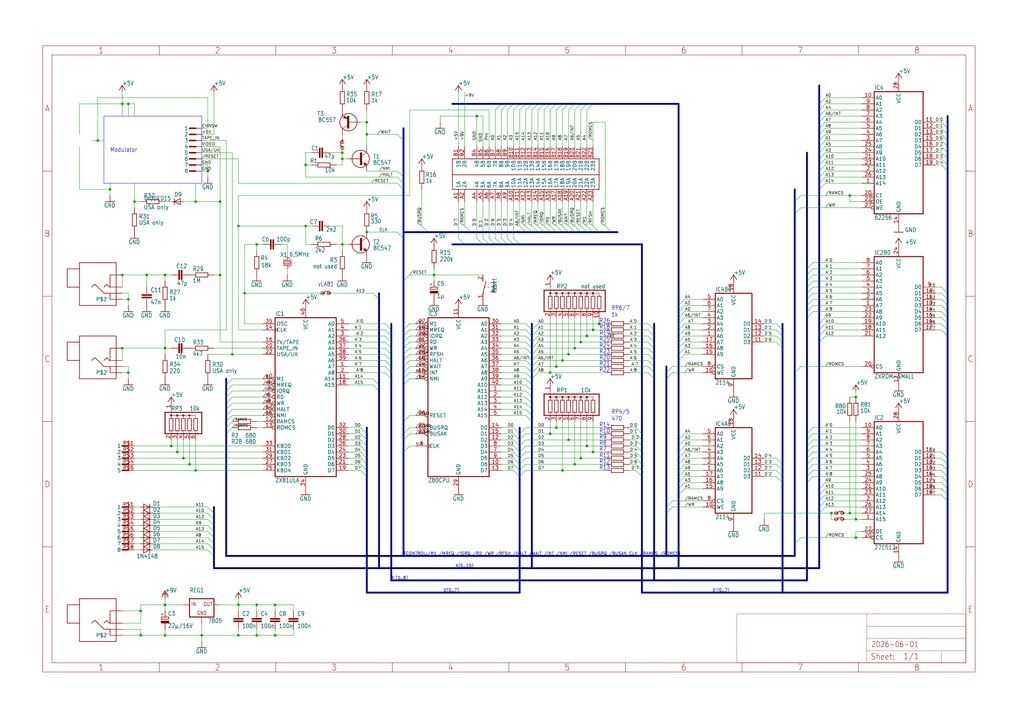
<source format=kicad_sch>
(kicad_sch (version 20250114) (generator "eeschema") (generator_version "9.0")
  (paper "User" 425.45 298.602)
  (text "R18" (at 248.92 137.16 0) (effects (font (size 1.778 1.5113)) (justify left bottom)))
  (text "R13" (at 248.92 195.58 0) (effects (font (size 1.778 1.5113)) (justify left bottom)))
  (text "R23" (at 248.92 147.32 0) (effects (font (size 1.778 1.5113)) (justify left bottom)))
  (text "R14" (at 248.92 177.8 0) (effects (font (size 1.778 1.5113)) (justify left bottom)))
  (text "RP4/5\n470" (at 254 175.26 0) (effects (font (size 1.778 1.5113)) (justify left bottom)))
  (text "R22" (at 248.92 154.94 0) (effects (font (size 1.778 1.5113)) (justify left bottom)))
  (text "R9" (at 248.92 182.88 0) (effects (font (size 1.778 1.5113)) (justify left bottom)))
  (text "R21" (at 248.92 152.4 0) (effects (font (size 1.778 1.5113)) (justify left bottom)))
  (text "R12" (at 248.92 193.04 0) (effects (font (size 1.778 1.5113)) (justify left bottom)))
  (text "Modulator" (at 45.72 63.5 0) (effects (font (size 1.778 1.5113)) (justify left bottom)))
  (text "R26" (at 248.92 134.62 0) (effects (font (size 1.778 1.5113)) (justify left bottom)))
  (text "R10" (at 248.92 180.34 0) (effects (font (size 1.778 1.5113)) (justify left bottom)))
  (text "R20" (at 248.92 149.86 0) (effects (font (size 1.778 1.5113)) (justify left bottom)))
  (text "RP6/7\n1k" (at 254 132.08 0) (effects (font (size 1.778 1.5113)) (justify left bottom)))
  (text "R11" (at 248.92 190.5 0) (effects (font (size 1.778 1.5113)) (justify left bottom)))
  (text "R8" (at 248.92 185.42 0) (effects (font (size 1.778 1.5113)) (justify left bottom)))
  (text "R25" (at 248.92 142.24 0) (effects (font (size 1.778 1.5113)) (justify left bottom)))
  (text "R7" (at 248.92 187.96 0) (effects (font (size 1.778 1.5113)) (justify left bottom)))
  (text "vLA81" (at 132.08 119.38 0) (effects (font (size 1.778 1.5113)) (justify left bottom)))
  (text "R24" (at 248.92 144.78 0) (effects (font (size 1.778 1.5113)) (justify left bottom)))
  (text "R19" (at 248.92 139.7 0) (effects (font (size 1.778 1.5113)) (justify left bottom)))
  (junction (at 53.34 154.94))
  (junction (at 86.36 71.12))
  (junction (at 243.84 139.7))
  (junction (at 355.6 215.9))
  (junction (at 71.12 185.42))
  (junction (at 238.76 144.78))
  (junction (at 58.42 264.16))
  (junction (at 81.28 83.82))
  (junction (at 142.24 63.5))
  (junction (at 53.34 124.46))
  (junction (at 152.4 50.8))
  (junction (at 53.34 43.18))
  (junction (at 83.82 264.16))
  (junction (at 228.6 154.94))
  (junction (at 81.28 195.58))
  (junction (at 127 93.98))
  (junction (at 198.12 48.26))
  (junction (at 106.68 264.16))
  (junction (at 50.8 114.3))
  (junction (at 233.68 195.58))
  (junction (at 55.88 83.82))
  (junction (at 353.06 213.36))
  (junction (at 91.44 114.3))
  (junction (at 233.68 149.86))
  (junction (at 60.96 114.3))
  (junction (at 50.8 43.18))
  (junction (at 241.3 190.5))
  (junction (at 231.14 152.4))
  (junction (at 142.24 66.04))
  (junction (at 236.22 147.32))
  (junction (at 243.84 185.42))
  (junction (at 236.22 182.88))
  (junction (at 246.38 137.16))
  (junction (at 99.06 93.98))
  (junction (at 99.06 251.46))
  (junction (at 345.44 213.36))
  (junction (at 68.58 114.3))
  (junction (at 355.6 223.52))
  (junction (at 73.66 187.96))
  (junction (at 101.6 121.92))
  (junction (at 353.06 81.28))
  (junction (at 91.44 83.82))
  (junction (at 99.06 264.16))
  (junction (at 106.68 251.46))
  (junction (at 68.58 144.78))
  (junction (at 96.52 147.32))
  (junction (at 241.3 142.24))
  (junction (at 50.8 144.78))
  (junction (at 58.42 254))
  (junction (at 114.3 264.16))
  (junction (at 45.72 78.74))
  (junction (at 114.3 251.46))
  (junction (at 246.38 187.96))
  (junction (at 248.92 134.62))
  (junction (at 355.6 165.1))
  (junction (at 78.74 193.04))
  (junction (at 106.68 101.6))
  (junction (at 127 68.58))
  (junction (at 76.2 190.5))
  (junction (at 152.4 55.88))
  (junction (at 231.14 177.8))
  (junction (at 152.4 96.52))
  (junction (at 142.24 101.6))
  (junction (at 228.6 180.34))
  (junction (at 68.58 264.16))
  (junction (at 68.58 251.46))
  (junction (at 238.76 193.04))
  (junction (at 40.64 58.42))
  (junction (at 180.34 114.3))
  (bus_entry (at 215.9 45.72) (size 2.54 -2.54))
  (bus_entry (at 284.48 190.5) (size -2.54 2.54))
  (bus_entry (at 342.9 45.72) (size -2.54 2.54))
  (bus_entry (at 279.4 208.28) (size -2.54 2.54))
  (bus_entry (at 391.16 63.5) (size 2.54 2.54))
  (bus_entry (at 236.22 93.98) (size 2.54 2.54))
  (bus_entry (at 86.36 228.6) (size 2.54 2.54))
  (bus_entry (at 96.52 172.72) (size -2.54 2.54))
  (bus_entry (at 165.1 71.12) (size 2.54 2.54))
  (bus_entry (at 284.48 200.66) (size -2.54 2.54))
  (bus_entry (at 160.02 154.94) (size 2.54 2.54))
  (bus_entry (at 149.86 190.5) (size 2.54 2.54))
  (bus_entry (at 284.48 129.54) (size -2.54 2.54))
  (bus_entry (at 284.48 193.04) (size -2.54 2.54))
  (bus_entry (at 391.16 124.46) (size 2.54 2.54))
  (bus_entry (at 210.82 99.06) (size 2.54 2.54))
  (bus_entry (at 86.36 226.06) (size 2.54 2.54))
  (bus_entry (at 96.52 170.18) (size -2.54 2.54))
  (bus_entry (at 269.24 137.16) (size 2.54 2.54))
  (bus_entry (at 391.16 68.58) (size 2.54 2.54))
  (bus_entry (at 170.18 152.4) (size -2.54 2.54))
  (bus_entry (at 238.76 93.98) (size 2.54 2.54))
  (bus_entry (at 337.82 195.58) (size -2.54 2.54))
  (bus_entry (at 391.16 50.8) (size 2.54 2.54))
  (bus_entry (at 154.94 157.48) (size 2.54 2.54))
  (bus_entry (at 284.48 180.34) (size -2.54 2.54))
  (bus_entry (at 218.44 149.86) (size 2.54 2.54))
  (bus_entry (at 337.82 129.54) (size -2.54 2.54))
  (bus_entry (at 391.16 203.2) (size 2.54 2.54))
  (bus_entry (at 337.82 182.88) (size -2.54 2.54))
  (bus_entry (at 203.2 99.06) (size 2.54 2.54))
  (bus_entry (at 342.9 208.28) (size -2.54 2.54))
  (bus_entry (at 149.86 177.8) (size 2.54 2.54))
  (bus_entry (at 284.48 144.78) (size -2.54 2.54))
  (bus_entry (at 264.16 187.96) (size 2.54 2.54))
  (bus_entry (at 342.9 71.12) (size -2.54 2.54))
  (bus_entry (at 218.44 160.02) (size 2.54 2.54))
  (bus_entry (at 218.44 195.58) (size -2.54 2.54))
  (bus_entry (at 238.76 45.72) (size 2.54 -2.54))
  (bus_entry (at 86.36 223.52) (size 2.54 2.54))
  (bus_entry (at 170.18 180.34) (size -2.54 2.54))
  (bus_entry (at 218.44 187.96) (size -2.54 2.54))
  (bus_entry (at 149.86 187.96) (size 2.54 2.54))
  (bus_entry (at 170.18 157.48) (size -2.54 2.54))
  (bus_entry (at 284.48 127) (size -2.54 2.54))
  (bus_entry (at 322.58 142.24) (size 2.54 2.54))
  (bus_entry (at 269.24 144.78) (size 2.54 2.54))
  (bus_entry (at 332.74 81.28) (size -2.54 2.54))
  (bus_entry (at 208.28 99.06) (size 2.54 2.54))
  (bus_entry (at 160.02 139.7) (size 2.54 2.54))
  (bus_entry (at 170.18 144.78) (size -2.54 2.54))
  (bus_entry (at 391.16 195.58) (size 2.54 2.54))
  (bus_entry (at 149.86 195.58) (size 2.54 2.54))
  (bus_entry (at 284.48 147.32) (size -2.54 2.54))
  (bus_entry (at 228.6 45.72) (size 2.54 -2.54))
  (bus_entry (at 220.98 93.98) (size 2.54 2.54))
  (bus_entry (at 342.9 76.2) (size -2.54 2.54))
  (bus_entry (at 213.36 187.96) (size 2.54 2.54))
  (bus_entry (at 170.18 139.7) (size -2.54 2.54))
  (bus_entry (at 170.18 142.24) (size -2.54 2.54))
  (bus_entry (at 269.24 149.86) (size 2.54 2.54))
  (bus_entry (at 86.36 220.98) (size 2.54 2.54))
  (bus_entry (at 264.16 180.34) (size 2.54 2.54))
  (bus_entry (at 154.94 121.92) (size 2.54 2.54))
  (bus_entry (at 223.52 152.4) (size -2.54 2.54))
  (bus_entry (at 332.74 86.36) (size -2.54 2.54))
  (bus_entry (at 269.24 142.24) (size 2.54 2.54))
  (bus_entry (at 218.44 180.34) (size -2.54 2.54))
  (bus_entry (at 391.16 205.74) (size 2.54 2.54))
  (bus_entry (at 233.68 93.98) (size 2.54 2.54))
  (bus_entry (at 342.9 139.7) (size -2.54 2.54))
  (bus_entry (at 218.44 147.32) (size 2.54 2.54))
  (bus_entry (at 391.16 137.16) (size 2.54 2.54))
  (bus_entry (at 193.04 93.98) (size 2.54 2.54))
  (bus_entry (at 223.52 134.62) (size -2.54 2.54))
  (bus_entry (at 337.82 193.04) (size -2.54 2.54))
  (bus_entry (at 342.9 53.34) (size -2.54 2.54))
  (bus_entry (at 228.6 93.98) (size 2.54 2.54))
  (bus_entry (at 337.82 185.42) (size -2.54 2.54))
  (bus_entry (at 284.48 124.46) (size -2.54 2.54))
  (bus_entry (at 264.16 182.88) (size 2.54 2.54))
  (bus_entry (at 223.52 144.78) (size -2.54 2.54))
  (bus_entry (at 213.36 185.42) (size 2.54 2.54))
  (bus_entry (at 223.52 137.16) (size -2.54 2.54))
  (bus_entry (at 86.36 218.44) (size 2.54 2.54))
  (bus_entry (at 213.36 195.58) (size 2.54 2.54))
  (bus_entry (at 391.16 132.08) (size 2.54 2.54))
  (bus_entry (at 251.46 93.98) (size 2.54 2.54))
  (bus_entry (at 391.16 134.62) (size 2.54 2.54))
  (bus_entry (at 279.4 154.94) (size -2.54 2.54))
  (bus_entry (at 149.86 193.04) (size 2.54 2.54))
  (bus_entry (at 96.52 165.1) (size -2.54 2.54))
  (bus_entry (at 391.16 127) (size 2.54 2.54))
  (bus_entry (at 218.44 93.98) (size 2.54 2.54))
  (bus_entry (at 342.9 200.66) (size -2.54 2.54))
  (bus_entry (at 243.84 93.98) (size 2.54 2.54))
  (bus_entry (at 170.18 154.94) (size -2.54 2.54))
  (bus_entry (at 269.24 152.4) (size 2.54 2.54))
  (bus_entry (at 170.18 134.62) (size -2.54 2.54))
  (bus_entry (at 236.22 45.72) (size 2.54 -2.54))
  (bus_entry (at 342.9 63.5) (size -2.54 2.54))
  (bus_entry (at 226.06 45.72) (size 2.54 -2.54))
  (bus_entry (at 284.48 203.2) (size -2.54 2.54))
  (bus_entry (at 149.86 182.88) (size 2.54 2.54))
  (bus_entry (at 218.44 190.5) (size -2.54 2.54))
  (bus_entry (at 160.02 142.24) (size 2.54 2.54))
  (bus_entry (at 218.44 172.72) (size 2.54 2.54))
  (bus_entry (at 391.16 198.12) (size 2.54 2.54))
  (bus_entry (at 332.74 152.4) (size -2.54 2.54))
  (bus_entry (at 391.16 119.38) (size 2.54 2.54))
  (bus_entry (at 160.02 149.86) (size 2.54 2.54))
  (bus_entry (at 342.9 132.08) (size -2.54 2.54))
  (bus_entry (at 165.1 96.52) (size 2.54 2.54))
  (bus_entry (at 342.9 73.66) (size -2.54 2.54))
  (bus_entry (at 223.52 139.7) (size -2.54 2.54))
  (bus_entry (at 391.16 58.42) (size 2.54 2.54))
  (bus_entry (at 223.52 149.86) (size -2.54 2.54))
  (bus_entry (at 218.44 45.72) (size 2.54 -2.54))
  (bus_entry (at 391.16 187.96) (size 2.54 2.54))
  (bus_entry (at 284.48 195.58) (size -2.54 2.54))
  (bus_entry (at 391.16 121.92) (size 2.54 2.54))
  (bus_entry (at 218.44 157.48) (size 2.54 2.54))
  (bus_entry (at 223.52 142.24) (size -2.54 2.54))
  (bus_entry (at 264.16 190.5) (size 2.54 2.54))
  (bus_entry (at 284.48 132.08) (size -2.54 2.54))
  (bus_entry (at 170.18 149.86) (size -2.54 2.54))
  (bus_entry (at 218.44 177.8) (size -2.54 2.54))
  (bus_entry (at 342.9 66.04) (size -2.54 2.54))
  (bus_entry (at 342.9 68.58) (size -2.54 2.54))
  (bus_entry (at 241.3 93.98) (size 2.54 2.54))
  (bus_entry (at 284.48 182.88) (size -2.54 2.54))
  (bus_entry (at 154.94 160.02) (size 2.54 2.54))
  (bus_entry (at 391.16 53.34) (size 2.54 2.54))
  (bus_entry (at 218.44 137.16) (size 2.54 2.54))
  (bus_entry (at 269.24 139.7) (size 2.54 2.54))
  (bus_entry (at 342.9 205.74) (size -2.54 2.54))
  (bus_entry (at 200.66 99.06) (size 2.54 2.54))
  (bus_entry (at 170.18 114.3) (size -2.54 2.54))
  (bus_entry (at 337.82 109.22) (size -2.54 2.54))
  (bus_entry (at 391.16 55.88) (size 2.54 2.54))
  (bus_entry (at 86.36 213.36) (size 2.54 2.54))
  (bus_entry (at 218.44 144.78) (size 2.54 2.54))
  (bus_entry (at 269.24 147.32) (size 2.54 2.54))
  (bus_entry (at 342.9 210.82) (size -2.54 2.54))
  (bus_entry (at 215.9 93.98) (size 2.54 2.54))
  (bus_entry (at 96.52 162.56) (size -2.54 2.54))
  (bus_entry (at 284.48 137.16) (size -2.54 2.54))
  (bus_entry (at 337.82 127) (size -2.54 2.54))
  (bus_entry (at 149.86 180.34) (size 2.54 2.54))
  (bus_entry (at 170.18 147.32) (size -2.54 2.54))
  (bus_entry (at 170.18 172.72) (size -2.54 2.54))
  (bus_entry (at 218.44 165.1) (size 2.54 2.54))
  (bus_entry (at 220.98 45.72) (size 2.54 -2.54))
  (bus_entry (at 342.9 43.18) (size -2.54 2.54))
  (bus_entry (at 170.18 185.42) (size -2.54 2.54))
  (bus_entry (at 264.16 193.04) (size 2.54 2.54))
  (bus_entry (at 213.36 99.06) (size 2.54 2.54))
  (bus_entry (at 391.16 200.66) (size 2.54 2.54))
  (bus_entry (at 231.14 45.72) (size 2.54 -2.54))
  (bus_entry (at 86.36 215.9) (size 2.54 2.54))
  (bus_entry (at 96.52 175.26) (size -2.54 2.54))
  (bus_entry (at 337.82 119.38) (size -2.54 2.54))
  (bus_entry (at 218.44 182.88) (size -2.54 2.54))
  (bus_entry (at 342.9 60.96) (size -2.54 2.54))
  (bus_entry (at 337.82 177.8) (size -2.54 2.54))
  (bus_entry (at 337.82 190.5) (size -2.54 2.54))
  (bus_entry (at 332.74 223.52) (size -2.54 2.54))
  (bus_entry (at 218.44 167.64) (size 2.54 2.54))
  (bus_entry (at 337.82 114.3) (size -2.54 2.54))
  (bus_entry (at 264.16 177.8) (size 2.54 2.54))
  (bus_entry (at 284.48 198.12) (size -2.54 2.54))
  (bus_entry (at 218.44 142.24) (size 2.54 2.54))
  (bus_entry (at 213.36 180.34) (size 2.54 2.54))
  (bus_entry (at 96.52 160.02) (size -2.54 2.54))
  (bus_entry (at 241.3 45.72) (size 2.54 -2.54))
  (bus_entry (at 205.74 99.06) (size 2.54 2.54))
  (bus_entry (at 218.44 154.94) (size 2.54 2.54))
  (bus_entry (at 342.9 134.62) (size -2.54 2.54))
  (bus_entry (at 223.52 93.98) (size 2.54 2.54))
  (bus_entry (at 223.52 45.72) (size 2.54 -2.54))
  (bus_entry (at 284.48 142.24) (size -2.54 2.54))
  (bus_entry (at 342.9 203.2) (size -2.54 2.54))
  (bus_entry (at 342.9 137.16) (size -2.54 2.54))
  (bus_entry (at 264.16 195.58) (size 2.54 2.54))
  (bus_entry (at 96.52 177.8) (size -2.54 2.54))
  (bus_entry (at 243.84 45.72) (size 2.54 -2.54))
  (bus_entry (at 391.16 60.96) (size 2.54 2.54))
  (bus_entry (at 322.58 134.62) (size 2.54 2.54))
  (bus_entry (at 284.48 187.96) (size -2.54 2.54))
  (bus_entry (at 160.02 134.62) (size 2.54 2.54))
  (bus_entry (at 218.44 162.56) (size 2.54 2.54))
  (bus_entry (at 269.24 134.62) (size 2.54 2.54))
  (bus_entry (at 269.24 154.94) (size 2.54 2.54))
  (bus_entry (at 223.52 154.94) (size -2.54 2.54))
  (bus_entry (at 246.38 93.98) (size 2.54 2.54))
  (bus_entry (at 218.44 139.7) (size 2.54 2.54))
  (bus_entry (at 342.9 48.26) (size -2.54 2.54))
  (bus_entry (at 322.58 195.58) (size 2.54 2.54))
  (bus_entry (at 175.26 93.98) (size 2.54 2.54))
  (bus_entry (at 337.82 198.12) (size -2.54 2.54))
  (bus_entry (at 322.58 137.16) (size 2.54 2.54))
  (bus_entry (at 264.16 185.42) (size 2.54 2.54))
  (bus_entry (at 160.02 152.4) (size 2.54 2.54))
  (bus_entry (at 233.68 45.72) (size 2.54 -2.54))
  (bus_entry (at 218.44 193.04) (size -2.54 2.54))
  (bus_entry (at 170.18 137.16) (size -2.54 2.54))
  (bus_entry (at 96.52 157.48) (size -2.54 2.54))
  (bus_entry (at 337.82 180.34) (size -2.54 2.54))
  (bus_entry (at 218.44 152.4) (size 2.54 2.54))
  (bus_entry (at 190.5 99.06) (size 2.54 2.54))
  (bus_entry (at 279.4 152.4) (size -2.54 2.54))
  (bus_entry (at 96.52 167.64) (size -2.54 2.54))
  (bus_entry (at 337.82 111.76) (size -2.54 2.54))
  (bus_entry (at 86.36 210.82) (size 2.54 2.54))
  (bus_entry (at 218.44 134.62) (size 2.54 2.54))
  (bus_entry (at 391.16 129.54) (size 2.54 2.54))
  (bus_entry (at 165.1 55.88) (size 2.54 2.54))
  (bus_entry (at 284.48 185.42) (size -2.54 2.54))
  (bus_entry (at 337.82 121.92) (size -2.54 2.54))
  (bus_entry (at 322.58 193.04) (size 2.54 2.54))
  (bus_entry (at 284.48 134.62) (size -2.54 2.54))
  (bus_entry (at 160.02 144.78) (size 2.54 2.54))
  (bus_entry (at 160.02 147.32) (size 2.54 2.54))
  (bus_entry (at 160.02 137.16) (size 2.54 2.54))
  (bus_entry (at 391.16 193.04) (size 2.54 2.54))
  (bus_entry (at 342.9 55.88) (size -2.54 2.54))
  (bus_entry (at 170.18 177.8) (size -2.54 2.54))
  (bus_entry (at 149.86 185.42) (size 2.54 2.54))
  (bus_entry (at 337.82 116.84) (size -2.54 2.54))
  (bus_entry (at 391.16 190.5) (size 2.54 2.54))
  (bus_entry (at 391.16 66.04) (size 2.54 2.54))
  (bus_entry (at 213.36 182.88) (size 2.54 2.54))
  (bus_entry (at 210.82 45.72) (size 2.54 -2.54))
  (bus_entry (at 205.74 45.72) (size 2.54 -2.54))
  (bus_entry (at 165.1 73.66) (size 2.54 2.54))
  (bus_entry (at 165.1 76.2) (size 2.54 2.54))
  (bus_entry (at 213.36 45.72) (size 2.54 -2.54))
  (bus_entry (at 218.44 185.42) (size -2.54 2.54))
  (bus_entry (at 322.58 198.12) (size 2.54 2.54))
  (bus_entry (at 342.9 58.42) (size -2.54 2.54))
  (bus_entry (at 342.9 50.8) (size -2.54 2.54))
  (bus_entry (at 337.82 124.46) (size -2.54 2.54))
  (bus_entry (at 198.12 99.06) (size 2.54 2.54))
  (bus_entry (at 223.52 147.32) (size -2.54 2.54))
  (bus_entry (at 213.36 177.8) (size 2.54 2.54))
  (bus_entry (at 322.58 139.7) (size 2.54 2.54))
  (bus_entry (at 226.06 93.98) (size 2.54 2.54))
  (bus_entry (at 337.82 187.96) (size -2.54 2.54))
  (bus_entry (at 284.48 139.7) (size -2.54 2.54))
  (bus_entry (at 342.9 40.64) (size -2.54 2.54))
  (bus_entry (at 213.36 190.5) (size 2.54 2.54))
  (bus_entry (at 208.28 45.72) (size 2.54 -2.54))
  (bus_entry (at 279.4 210.82) (size -2.54 2.54))
  (bus_entry (at 213.36 193.04) (size 2.54 2.54))
  (bus_entry (at 231.14 93.98) (size 2.54 2.54))
  (bus_entry (at 322.58 190.5) (size 2.54 2.54))
  (bus_entry (at 218.44 170.18) (size 2.54 2.54))
  (bus (pts (xy 325.12 200.66) (xy 325.12 198.12)) (stroke (width 0.762)))
  (wire (pts (xy 358.14 53.34) (xy 342.9 53.34)) (stroke (width 0.1524)))
  (bus (pts (xy 271.78 149.86) (xy 271.78 147.32)) (stroke (width 0.762)))
  (wire (pts (xy 81.28 182.88) (xy 81.28 195.58)) (stroke (width 0.1524)))
  (bus (pts (xy 215.9 43.18) (xy 213.36 43.18)) (stroke (width 0.762)))
  (wire (pts (xy 76.2 251.46) (xy 68.58 251.46)) (stroke (width 0.1524)))
  (wire (pts (xy 208.28 154.94) (xy 218.44 154.94)) (stroke (width 0.1524)))
  (wire (pts (xy 223.52 83.82) (xy 223.52 93.98)) (stroke (width 0.1524)))
  (bus (pts (xy 340.36 43.18) (xy 340.36 35.56)) (stroke (width 0.762)))
  (bus (pts (xy 393.7 200.66) (xy 393.7 198.12)) (stroke (width 0.762)))
  (wire (pts (xy 88.9 38.1) (xy 88.9 55.88)) (stroke (width 0.1524)))
  (wire (pts (xy 233.68 132.08) (xy 233.68 149.86)) (stroke (width 0.1524)))
  (bus (pts (xy 393.7 137.16) (xy 393.7 134.62)) (stroke (width 0.762)))
  (bus (pts (xy 167.64 76.2) (xy 167.64 73.66)) (stroke (width 0.762)))
  (wire (pts (xy 388.62 68.58) (xy 391.16 68.58)) (stroke (width 0.1524)))
  (wire (pts (xy 388.62 58.42) (xy 391.16 58.42)) (stroke (width 0.1524)))
  (wire (pts (xy 208.28 170.18) (xy 218.44 170.18)) (stroke (width 0.1524)))
  (wire (pts (xy 114.3 251.46) (xy 121.92 251.46)) (stroke (width 0.1524)))
  (bus (pts (xy 340.36 203.2) (xy 340.36 142.24)) (stroke (width 0.762)))
  (wire (pts (xy 172.72 134.62) (xy 170.18 134.62)) (stroke (width 0.1524)))
  (bus (pts (xy 393.7 55.88) (xy 393.7 53.34)) (stroke (width 0.762)))
  (bus (pts (xy 228.6 43.18) (xy 226.06 43.18)) (stroke (width 0.762)))
  (wire (pts (xy 388.62 134.62) (xy 391.16 134.62)) (stroke (width 0.1524)))
  (wire (pts (xy 144.78 185.42) (xy 149.86 185.42)) (stroke (width 0.1524)))
  (wire (pts (xy 68.58 248.92) (xy 68.58 251.46)) (stroke (width 0.1524)))
  (wire (pts (xy 205.74 83.82) (xy 205.74 99.06)) (stroke (width 0.1524)))
  (bus (pts (xy 162.56 137.16) (xy 162.56 139.7)) (stroke (width 0.762)))
  (bus (pts (xy 393.7 190.5) (xy 393.7 139.7)) (stroke (width 0.762)))
  (wire (pts (xy 86.36 218.44) (xy 63.5 218.44)) (stroke (width 0.1524)))
  (bus (pts (xy 193.04 101.6) (xy 187.96 101.6)) (stroke (width 0.762)))
  (wire (pts (xy 218.44 60.96) (xy 218.44 45.72)) (stroke (width 0.1524)))
  (wire (pts (xy 144.78 142.24) (xy 160.02 142.24)) (stroke (width 0.1524)))
  (bus (pts (xy 88.9 228.6) (xy 88.9 226.06)) (stroke (width 0.762)))
  (wire (pts (xy 233.68 195.58) (xy 251.46 195.58)) (stroke (width 0.1524)))
  (bus (pts (xy 167.64 160.02) (xy 167.64 175.26)) (stroke (width 0.762)))
  (wire (pts (xy 106.68 101.6) (xy 101.6 101.6)) (stroke (width 0.1524)))
  (bus (pts (xy 241.3 96.52) (xy 243.84 96.52)) (stroke (width 0.762)))
  (bus (pts (xy 325.12 193.04) (xy 325.12 144.78)) (stroke (width 0.762)))
  (wire (pts (xy 99.06 137.16) (xy 109.22 137.16)) (stroke (width 0.1524)))
  (wire (pts (xy 109.22 190.5) (xy 76.2 190.5)) (stroke (width 0.1524)))
  (bus (pts (xy 393.7 129.54) (xy 393.7 127)) (stroke (width 0.762)))
  (bus (pts (xy 88.9 231.14) (xy 88.9 228.6)) (stroke (width 0.762)))
  (bus (pts (xy 393.7 203.2) (xy 393.7 200.66)) (stroke (width 0.762)))
  (bus (pts (xy 281.94 198.12) (xy 281.94 195.58)) (stroke (width 0.762)))
  (bus (pts (xy 167.64 147.32) (xy 167.64 149.86)) (stroke (width 0.762)))
  (wire (pts (xy 182.88 48.26) (xy 198.12 48.26)) (stroke (width 0.1524)))
  (wire (pts (xy 231.14 60.96) (xy 231.14 45.72)) (stroke (width 0.1524)))
  (bus (pts (xy 152.4 190.5) (xy 152.4 187.96)) (stroke (width 0.762)))
  (wire (pts (xy 236.22 175.26) (xy 236.22 182.88)) (stroke (width 0.1524)))
  (wire (pts (xy 358.14 121.92) (xy 337.82 121.92)) (stroke (width 0.1524)))
  (bus (pts (xy 340.36 60.96) (xy 340.36 58.42)) (stroke (width 0.762)))
  (bus (pts (xy 281.94 144.78) (xy 281.94 142.24)) (stroke (width 0.762)))
  (wire (pts (xy 101.6 101.6) (xy 101.6 121.92)) (stroke (width 0.1524)))
  (wire (pts (xy 208.28 185.42) (xy 213.36 185.42)) (stroke (width 0.1524)))
  (wire (pts (xy 261.62 177.8) (xy 264.16 177.8)) (stroke (width 0.1524)))
  (wire (pts (xy 127 63.5) (xy 127 68.58)) (stroke (width 0.1524)))
  (bus (pts (xy 271.78 137.16) (xy 271.78 134.62)) (stroke (width 0.762)))
  (wire (pts (xy 40.64 58.42) (xy 43.18 58.42)) (stroke (width 0.1524)))
  (bus (pts (xy 167.64 231.14) (xy 276.86 231.14)) (stroke (width 0.762)))
  (wire (pts (xy 292.1 154.94) (xy 279.4 154.94)) (stroke (width 0.1524)))
  (bus (pts (xy 271.78 154.94) (xy 271.78 152.4)) (stroke (width 0.762)))
  (wire (pts (xy 241.3 83.82) (xy 241.3 93.98)) (stroke (width 0.1524)))
  (wire (pts (xy 243.84 60.96) (xy 243.84 45.72)) (stroke (width 0.1524)))
  (wire (pts (xy 317.5 213.36) (xy 340.36 213.36)) (stroke (width 0.1524)))
  (wire (pts (xy 236.22 182.88) (xy 251.46 182.88)) (stroke (width 0.1524)))
  (wire (pts (xy 83.82 266.7) (xy 83.82 264.16)) (stroke (width 0.1524)))
  (wire (pts (xy 345.44 213.36) (xy 345.44 215.9)) (stroke (width 0.1524)))
  (wire (pts (xy 101.6 134.62) (xy 109.22 134.62)) (stroke (width 0.1524)))
  (wire (pts (xy 55.88 213.36) (xy 58.42 213.36)) (stroke (width 0.1524)))
  (wire (pts (xy 208.28 195.58) (xy 213.36 195.58)) (stroke (width 0.1524)))
  (wire (pts (xy 129.54 101.6) (xy 127 101.6)) (stroke (width 0.1524)))
  (bus (pts (xy 215.9 187.96) (xy 215.9 190.5)) (stroke (width 0.762)))
  (wire (pts (xy 208.28 83.82) (xy 208.28 99.06)) (stroke (width 0.1524)))
  (wire (pts (xy 358.14 177.8) (xy 337.82 177.8)) (stroke (width 0.1524)))
  (wire (pts (xy 33.02 43.18) (xy 33.02 55.88)) (stroke (width 0.1524)))
  (wire (pts (xy 248.92 132.08) (xy 248.92 134.62)) (stroke (width 0.1524)))
  (wire (pts (xy 106.68 104.14) (xy 106.68 101.6)) (stroke (width 0.1524)))
  (bus (pts (xy 266.7 185.42) (xy 266.7 182.88)) (stroke (width 0.762)))
  (wire (pts (xy 208.28 157.48) (xy 218.44 157.48)) (stroke (width 0.1524)))
  (wire (pts (xy 71.12 83.82) (xy 68.58 83.82)) (stroke (width 0.1524)))
  (bus (pts (xy 220.98 96.52) (xy 223.52 96.52)) (stroke (width 0.762)))
  (wire (pts (xy 58.42 264.16) (xy 68.58 264.16)) (stroke (width 0.1524)))
  (wire (pts (xy 388.62 66.04) (xy 391.16 66.04)) (stroke (width 0.1524)))
  (bus (pts (xy 281.94 147.32) (xy 281.94 144.78)) (stroke (width 0.762)))
  (wire (pts (xy 86.36 40.64) (xy 86.36 53.34)) (stroke (width 0.1524)))
  (bus (pts (xy 88.9 223.52) (xy 88.9 220.98)) (stroke (width 0.762)))
  (wire (pts (xy 261.62 147.32) (xy 269.24 147.32)) (stroke (width 0.1524)))
  (wire (pts (xy 292.1 137.16) (xy 284.48 137.16)) (stroke (width 0.1524)))
  (wire (pts (xy 317.5 190.5) (xy 322.58 190.5)) (stroke (width 0.1524)))
  (wire (pts (xy 144.78 149.86) (xy 160.02 149.86)) (stroke (width 0.1524)))
  (wire (pts (xy 68.58 147.32) (xy 68.58 144.78)) (stroke (width 0.1524)))
  (wire (pts (xy 223.52 137.16) (xy 246.38 137.16)) (stroke (width 0.1524)))
  (bus (pts (xy 243.84 96.52) (xy 246.38 96.52)) (stroke (width 0.762)))
  (wire (pts (xy 226.06 60.96) (xy 226.06 45.72)) (stroke (width 0.1524)))
  (wire (pts (xy 68.58 144.78) (xy 68.58 137.16)) (stroke (width 0.1524)))
  (bus (pts (xy 330.2 231.14) (xy 330.2 226.06)) (stroke (width 0.762)))
  (wire (pts (xy 261.62 134.62) (xy 269.24 134.62)) (stroke (width 0.1524)))
  (bus (pts (xy 93.98 231.14) (xy 93.98 180.34)) (stroke (width 0.762)))
  (wire (pts (xy 358.14 111.76) (xy 337.82 111.76)) (stroke (width 0.1524)))
  (wire (pts (xy 355.6 215.9) (xy 358.14 215.9)) (stroke (width 0.1524)))
  (wire (pts (xy 144.78 154.94) (xy 160.02 154.94)) (stroke (width 0.1524)))
  (wire (pts (xy 292.1 185.42) (xy 284.48 185.42)) (stroke (width 0.1524)))
  (bus (pts (xy 335.28 241.3) (xy 335.28 200.66)) (stroke (width 0.762)))
  (wire (pts (xy 223.52 139.7) (xy 243.84 139.7)) (stroke (width 0.1524)))
  (wire (pts (xy 127 68.58) (xy 127 73.66)) (stroke (width 0.1524)))
  (wire (pts (xy 165.1 55.88) (xy 152.4 55.88)) (stroke (width 0.1524)))
  (wire (pts (xy 152.4 45.72) (xy 152.4 50.8)) (stroke (width 0.1524)))
  (wire (pts (xy 388.62 193.04) (xy 391.16 193.04)) (stroke (width 0.1524)))
  (wire (pts (xy 63.5 215.9) (xy 86.36 215.9)) (stroke (width 0.1524)))
  (wire (pts (xy 106.68 254) (xy 106.68 251.46)) (stroke (width 0.1524)))
  (bus (pts (xy 276.86 231.14) (xy 276.86 213.36)) (stroke (width 0.762)))
  (wire (pts (xy 193.04 83.82) (xy 193.04 93.98)) (stroke (width 0.1524)))
  (bus (pts (xy 281.94 182.88) (xy 281.94 149.86)) (stroke (width 0.762)))
  (bus (pts (xy 281.94 187.96) (xy 281.94 185.42)) (stroke (width 0.762)))
  (bus (pts (xy 335.28 111.76) (xy 335.28 63.5)) (stroke (width 0.762)))
  (wire (pts (xy 238.76 83.82) (xy 238.76 93.98)) (stroke (width 0.1524)))
  (bus (pts (xy 93.98 175.26) (xy 93.98 172.72)) (stroke (width 0.762)))
  (bus (pts (xy 162.56 154.94) (xy 162.56 157.48)) (stroke (width 0.762)))
  (wire (pts (xy 208.28 177.8) (xy 213.36 177.8)) (stroke (width 0.1524)))
  (wire (pts (xy 55.88 43.18) (xy 55.88 48.26)) (stroke (width 0.1524)))
  (wire (pts (xy 358.14 193.04) (xy 337.82 193.04)) (stroke (width 0.1524)))
  (wire (pts (xy 233.68 149.86) (xy 251.46 149.86)) (stroke (width 0.1524)))
  (wire (pts (xy 55.88 223.52) (xy 58.42 223.52)) (stroke (width 0.1524)))
  (bus (pts (xy 220.98 139.7) (xy 220.98 142.24)) (stroke (width 0.762)))
  (wire (pts (xy 358.14 114.3) (xy 337.82 114.3)) (stroke (width 0.1524)))
  (bus (pts (xy 241.3 43.18) (xy 238.76 43.18)) (stroke (width 0.762)))
  (wire (pts (xy 358.14 48.26) (xy 342.9 48.26)) (stroke (width 0.1524)))
  (wire (pts (xy 353.06 175.26) (xy 353.06 213.36)) (stroke (width 0.1524)))
  (wire (pts (xy 200.66 83.82) (xy 200.66 99.06)) (stroke (width 0.1524)))
  (wire (pts (xy 292.1 147.32) (xy 284.48 147.32)) (stroke (width 0.1524)))
  (wire (pts (xy 218.44 190.5) (xy 241.3 190.5)) (stroke (width 0.1524)))
  (wire (pts (xy 388.62 190.5) (xy 391.16 190.5)) (stroke (width 0.1524)))
  (wire (pts (xy 152.4 60.96) (xy 152.4 55.88)) (stroke (width 0.1524)))
  (wire (pts (xy 223.52 60.96) (xy 223.52 45.72)) (stroke (width 0.1524)))
  (wire (pts (xy 358.14 76.2) (xy 342.9 76.2)) (stroke (width 0.1524)))
  (wire (pts (xy 233.68 175.26) (xy 233.68 195.58)) (stroke (width 0.1524)))
  (wire (pts (xy 99.06 254) (xy 99.06 251.46)) (stroke (width 0.1524)))
  (bus (pts (xy 152.4 187.96) (xy 152.4 185.42)) (stroke (width 0.762)))
  (bus (pts (xy 266.7 101.6) (xy 215.9 101.6)) (stroke (width 0.762)))
  (wire (pts (xy 241.3 190.5) (xy 251.46 190.5)) (stroke (width 0.1524)))
  (bus (pts (xy 152.4 180.34) (xy 152.4 177.8)) (stroke (width 0.762)))
  (bus (pts (xy 162.56 152.4) (xy 162.56 154.94)) (stroke (width 0.762)))
  (wire (pts (xy 358.14 198.12) (xy 337.82 198.12)) (stroke (width 0.1524)))
  (wire (pts (xy 246.38 175.26) (xy 246.38 187.96)) (stroke (width 0.1524)))
  (bus (pts (xy 335.28 187.96) (xy 335.28 185.42)) (stroke (width 0.762)))
  (bus (pts (xy 167.64 73.66) (xy 167.64 58.42)) (stroke (width 0.762)))
  (wire (pts (xy 218.44 187.96) (xy 246.38 187.96)) (stroke (width 0.1524)))
  (wire (pts (xy 165.1 71.12) (xy 152.4 71.12)) (stroke (width 0.1524)))
  (bus (pts (xy 152.4 182.88) (xy 152.4 180.34)) (stroke (width 0.762)))
  (bus (pts (xy 340.36 63.5) (xy 340.36 60.96)) (stroke (width 0.762)))
  (wire (pts (xy 358.14 58.42) (xy 342.9 58.42)) (stroke (width 0.1524)))
  (wire (pts (xy 144.78 187.96) (xy 149.86 187.96)) (stroke (width 0.1524)))
  (bus (pts (xy 281.94 127) (xy 281.94 43.18)) (stroke (width 0.762)))
  (wire (pts (xy 144.78 139.7) (xy 160.02 139.7)) (stroke (width 0.1524)))
  (wire (pts (xy 50.8 154.94) (xy 53.34 154.94)) (stroke (width 0.1524)))
  (bus (pts (xy 152.4 198.12) (xy 152.4 195.58)) (stroke (width 0.762)))
  (wire (pts (xy 172.72 154.94) (xy 170.18 154.94)) (stroke (width 0.1524)))
  (wire (pts (xy 175.26 78.74) (xy 175.26 93.98)) (stroke (width 0.1524)))
  (wire (pts (xy 53.34 124.46) (xy 53.34 127)) (stroke (width 0.1524)))
  (wire (pts (xy 220.98 83.82) (xy 220.98 93.98)) (stroke (width 0.1524)))
  (bus (pts (xy 152.4 195.58) (xy 152.4 193.04)) (stroke (width 0.762)))
  (wire (pts (xy 55.88 215.9) (xy 58.42 215.9)) (stroke (width 0.1524)))
  (bus (pts (xy 271.78 152.4) (xy 271.78 149.86)) (stroke (width 0.762)))
  (bus (pts (xy 220.98 134.62) (xy 220.98 137.16)) (stroke (width 0.762)))
  (bus (pts (xy 393.7 63.5) (xy 393.7 60.96)) (stroke (width 0.762)))
  (wire (pts (xy 292.1 142.24) (xy 284.48 142.24)) (stroke (width 0.1524)))
  (bus (pts (xy 220.98 144.78) (xy 220.98 147.32)) (stroke (width 0.762)))
  (bus (pts (xy 340.36 208.28) (xy 340.36 205.74)) (stroke (width 0.762)))
  (wire (pts (xy 91.44 83.82) (xy 81.28 83.82)) (stroke (width 0.1524)))
  (wire (pts (xy 355.6 223.52) (xy 332.74 223.52)) (stroke (width 0.1524)))
  (bus (pts (xy 335.28 114.3) (xy 335.28 111.76)) (stroke (width 0.762)))
  (wire (pts (xy 190.5 83.82) (xy 190.5 99.06)) (stroke (width 0.1524)))
  (wire (pts (xy 388.62 119.38) (xy 391.16 119.38)) (stroke (width 0.1524)))
  (wire (pts (xy 358.14 200.66) (xy 342.9 200.66)) (stroke (width 0.1524)))
  (bus (pts (xy 271.78 142.24) (xy 271.78 139.7)) (stroke (width 0.762)))
  (wire (pts (xy 172.72 149.86) (xy 170.18 149.86)) (stroke (width 0.1524)))
  (wire (pts (xy 388.62 124.46) (xy 391.16 124.46)) (stroke (width 0.1524)))
  (wire (pts (xy 50.8 149.86) (xy 50.8 144.78)) (stroke (width 0.1524)))
  (wire (pts (xy 317.5 134.62) (xy 322.58 134.62)) (stroke (width 0.1524)))
  (bus (pts (xy 393.7 134.62) (xy 393.7 132.08)) (stroke (width 0.762)))
  (wire (pts (xy 193.04 60.96) (xy 193.04 38.1)) (stroke (width 0.1524)))
  (wire (pts (xy 228.6 132.08) (xy 228.6 154.94)) (stroke (width 0.1524)))
  (wire (pts (xy 91.44 114.3) (xy 91.44 83.82)) (stroke (width 0.1524)))
  (wire (pts (xy 144.78 193.04) (xy 149.86 193.04)) (stroke (width 0.1524)))
  (bus (pts (xy 271.78 147.32) (xy 271.78 144.78)) (stroke (width 0.762)))
  (bus (pts (xy 220.98 43.18) (xy 218.44 43.18)) (stroke (width 0.762)))
  (bus (pts (xy 246.38 96.52) (xy 248.92 96.52)) (stroke (width 0.762)))
  (wire (pts (xy 358.14 63.5) (xy 342.9 63.5)) (stroke (width 0.1524)))
  (wire (pts (xy 355.6 175.26) (xy 355.6 215.9)) (stroke (width 0.1524)))
  (bus (pts (xy 281.94 200.66) (xy 281.94 198.12)) (stroke (width 0.762)))
  (bus (pts (xy 213.36 43.18) (xy 210.82 43.18)) (stroke (width 0.762)))
  (wire (pts (xy 358.14 187.96) (xy 337.82 187.96)) (stroke (width 0.1524)))
  (wire (pts (xy 137.16 121.92) (xy 154.94 121.92)) (stroke (width 0.1524)))
  (wire (pts (xy 261.62 180.34) (xy 264.16 180.34)) (stroke (width 0.1524)))
  (wire (pts (xy 261.62 137.16) (xy 269.24 137.16)) (stroke (width 0.1524)))
  (wire (pts (xy 83.82 264.16) (xy 83.82 259.08)) (stroke (width 0.1524)))
  (bus (pts (xy 393.7 53.34) (xy 393.7 48.26)) (stroke (width 0.762)))
  (wire (pts (xy 109.22 167.64) (xy 96.52 167.64)) (stroke (width 0.1524)))
  (bus (pts (xy 393.7 139.7) (xy 393.7 137.16)) (stroke (width 0.762)))
  (wire (pts (xy 292.1 208.28) (xy 279.4 208.28)) (stroke (width 0.1524)))
  (bus (pts (xy 335.28 129.54) (xy 335.28 127)) (stroke (width 0.762)))
  (wire (pts (xy 208.28 137.16) (xy 218.44 137.16)) (stroke (width 0.1524)))
  (wire (pts (xy 109.22 160.02) (xy 96.52 160.02)) (stroke (width 0.1524)))
  (bus (pts (xy 330.2 226.06) (xy 330.2 154.94)) (stroke (width 0.762)))
  (bus (pts (xy 276.86 231.14) (xy 330.2 231.14)) (stroke (width 0.762)))
  (wire (pts (xy 236.22 83.82) (xy 236.22 93.98)) (stroke (width 0.1524)))
  (wire (pts (xy 261.62 182.88) (xy 264.16 182.88)) (stroke (width 0.1524)))
  (wire (pts (xy 144.78 157.48) (xy 154.94 157.48)) (stroke (width 0.1524)))
  (wire (pts (xy 144.78 180.34) (xy 149.86 180.34)) (stroke (width 0.1524)))
  (bus (pts (xy 340.36 71.12) (xy 340.36 68.58)) (stroke (width 0.762)))
  (wire (pts (xy 215.9 60.96) (xy 215.9 45.72)) (stroke (width 0.1524)))
  (wire (pts (xy 358.14 81.28) (xy 353.06 81.28)) (stroke (width 0.1524)))
  (wire (pts (xy 109.22 101.6) (xy 106.68 101.6)) (stroke (width 0.1524)))
  (bus (pts (xy 266.7 195.58) (xy 266.7 193.04)) (stroke (width 0.762)))
  (wire (pts (xy 101.6 121.92) (xy 101.6 134.62)) (stroke (width 0.1524)))
  (bus (pts (xy 213.36 101.6) (xy 210.82 101.6)) (stroke (width 0.762)))
  (wire (pts (xy 228.6 154.94) (xy 223.52 154.94)) (stroke (width 0.1524)))
  (bus (pts (xy 167.64 182.88) (xy 167.64 187.96)) (stroke (width 0.762)))
  (wire (pts (xy 109.22 170.18) (xy 96.52 170.18)) (stroke (width 0.1524)))
  (wire (pts (xy 358.14 152.4) (xy 332.74 152.4)) (stroke (width 0.1524)))
  (wire (pts (xy 134.62 121.92) (xy 101.6 121.92)) (stroke (width 0.1524)))
  (wire (pts (xy 261.62 142.24) (xy 269.24 142.24)) (stroke (width 0.1524)))
  (bus (pts (xy 340.36 58.42) (xy 340.36 55.88)) (stroke (width 0.762)))
  (bus (pts (xy 271.78 139.7) (xy 271.78 137.16)) (stroke (width 0.762)))
  (wire (pts (xy 144.78 190.5) (xy 149.86 190.5)) (stroke (width 0.1524)))
  (wire (pts (xy 358.14 40.64) (xy 342.9 40.64)) (stroke (width 0.1524)))
  (wire (pts (xy 119.38 114.3) (xy 119.38 111.76)) (stroke (width 0.1524)))
  (bus (pts (xy 281.94 129.54) (xy 281.94 127)) (stroke (width 0.762)))
  (wire (pts (xy 238.76 175.26) (xy 238.76 193.04)) (stroke (width 0.1524)))
  (wire (pts (xy 292.1 152.4) (xy 279.4 152.4)) (stroke (width 0.1524)))
  (bus (pts (xy 340.36 48.26) (xy 340.36 45.72)) (stroke (width 0.762)))
  (wire (pts (xy 137.16 93.98) (xy 142.24 93.98)) (stroke (width 0.1524)))
  (wire (pts (xy 109.22 195.58) (xy 81.28 195.58)) (stroke (width 0.1524)))
  (wire (pts (xy 358.14 134.62) (xy 342.9 134.62)) (stroke (width 0.1524)))
  (wire (pts (xy 208.28 165.1) (xy 218.44 165.1)) (stroke (width 0.1524)))
  (wire (pts (xy 208.28 60.96) (xy 208.28 45.72)) (stroke (width 0.1524)))
  (wire (pts (xy 170.18 114.3) (xy 180.34 114.3)) (stroke (width 0.1524)))
  (wire (pts (xy 76.2 83.82) (xy 81.28 83.82)) (stroke (width 0.1524)))
  (bus (pts (xy 238.76 43.18) (xy 236.22 43.18)) (stroke (width 0.762)))
  (wire (pts (xy 93.98 58.42) (xy 83.82 58.42)) (stroke (width 0.1524)))
  (wire (pts (xy 350.52 215.9) (xy 355.6 215.9)) (stroke (width 0.1524)))
  (wire (pts (xy 231.14 175.26) (xy 231.14 177.8)) (stroke (width 0.1524)))
  (wire (pts (xy 208.28 190.5) (xy 213.36 190.5)) (stroke (width 0.1524)))
  (wire (pts (xy 144.78 147.32) (xy 160.02 147.32)) (stroke (width 0.1524)))
  (wire (pts (xy 236.22 147.32) (xy 251.46 147.32)) (stroke (width 0.1524)))
  (bus (pts (xy 215.9 177.8) (xy 215.9 180.34)) (stroke (width 0.762)))
  (bus (pts (xy 281.94 185.42) (xy 281.94 182.88)) (stroke (width 0.762)))
  (wire (pts (xy 172.72 172.72) (xy 170.18 172.72)) (stroke (width 0.1524)))
  (bus (pts (xy 335.28 124.46) (xy 335.28 121.92)) (stroke (width 0.762)))
  (wire (pts (xy 388.62 203.2) (xy 391.16 203.2)) (stroke (width 0.1524)))
  (bus (pts (xy 330.2 88.9) (xy 330.2 83.82)) (stroke (width 0.762)))
  (bus (pts (xy 215.9 182.88) (xy 215.9 185.42)) (stroke (width 0.762)))
  (wire (pts (xy 50.8 119.38) (xy 50.8 114.3)) (stroke (width 0.1524)))
  (wire (pts (xy 96.52 63.5) (xy 96.52 147.32)) (stroke (width 0.1524)))
  (wire (pts (xy 231.14 132.08) (xy 231.14 152.4)) (stroke (width 0.1524)))
  (wire (pts (xy 358.14 83.82) (xy 353.06 83.82)) (stroke (width 0.1524)))
  (wire (pts (xy 238.76 144.78) (xy 251.46 144.78)) (stroke (width 0.1524)))
  (wire (pts (xy 246.38 137.16) (xy 251.46 137.16)) (stroke (width 0.1524)))
  (wire (pts (xy 50.8 43.18) (xy 53.34 43.18)) (stroke (width 0.1524)))
  (wire (pts (xy 172.72 139.7) (xy 170.18 139.7)) (stroke (width 0.1524)))
  (wire (pts (xy 106.68 251.46) (xy 114.3 251.46)) (stroke (width 0.1524)))
  (wire (pts (xy 238.76 193.04) (xy 251.46 193.04)) (stroke (width 0.1524)))
  (bus (pts (xy 93.98 165.1) (xy 93.98 162.56)) (stroke (width 0.762)))
  (bus (pts (xy 266.7 187.96) (xy 266.7 185.42)) (stroke (width 0.762)))
  (bus (pts (xy 228.6 96.52) (xy 231.14 96.52)) (stroke (width 0.762)))
  (wire (pts (xy 129.54 68.58) (xy 127 68.58)) (stroke (width 0.1524)))
  (bus (pts (xy 281.94 193.04) (xy 281.94 190.5)) (stroke (width 0.762)))
  (wire (pts (xy 223.52 152.4) (xy 231.14 152.4)) (stroke (width 0.1524)))
  (wire (pts (xy 220.98 60.96) (xy 220.98 45.72)) (stroke (width 0.1524)))
  (bus (pts (xy 243.84 43.18) (xy 241.3 43.18)) (stroke (width 0.762)))
  (bus (pts (xy 167.64 180.34) (xy 167.64 182.88)) (stroke (width 0.762)))
  (bus (pts (xy 167.64 152.4) (xy 167.64 154.94)) (stroke (width 0.762)))
  (wire (pts (xy 210.82 60.96) (xy 210.82 45.72)) (stroke (width 0.1524)))
  (wire (pts (xy 388.62 50.8) (xy 391.16 50.8)) (stroke (width 0.1524)))
  (bus (pts (xy 223.52 96.52) (xy 226.06 96.52)) (stroke (width 0.762)))
  (bus (pts (xy 88.9 213.36) (xy 88.9 210.82)) (stroke (width 0.762)))
  (bus (pts (xy 167.64 175.26) (xy 167.64 180.34)) (stroke (width 0.762)))
  (bus (pts (xy 335.28 185.42) (xy 335.28 182.88)) (stroke (width 0.762)))
  (wire (pts (xy 261.62 193.04) (xy 264.16 193.04)) (stroke (width 0.1524)))
  (wire (pts (xy 127 101.6) (xy 127 93.98)) (stroke (width 0.1524)))
  (wire (pts (xy 388.62 121.92) (xy 391.16 121.92)) (stroke (width 0.1524)))
  (wire (pts (xy 208.28 152.4) (xy 218.44 152.4)) (stroke (width 0.1524)))
  (bus (pts (xy 393.7 124.46) (xy 393.7 121.92)) (stroke (width 0.762)))
  (wire (pts (xy 208.28 172.72) (xy 218.44 172.72)) (stroke (width 0.1524)))
  (wire (pts (xy 68.58 137.16) (xy 93.98 137.16)) (stroke (width 0.1524)))
  (bus (pts (xy 330.2 154.94) (xy 330.2 88.9)) (stroke (width 0.762)))
  (wire (pts (xy 388.62 53.34) (xy 391.16 53.34)) (stroke (width 0.1524)))
  (bus (pts (xy 340.36 139.7) (xy 340.36 137.16)) (stroke (width 0.762)))
  (wire (pts (xy 86.36 228.6) (xy 63.5 228.6)) (stroke (width 0.1524)))
  (wire (pts (xy 71.12 182.88) (xy 71.12 185.42)) (stroke (width 0.1524)))
  (wire (pts (xy 218.44 195.58) (xy 233.68 195.58)) (stroke (width 0.1524)))
  (wire (pts (xy 292.1 203.2) (xy 284.48 203.2)) (stroke (width 0.1524)))
  (wire (pts (xy 83.82 68.58) (xy 86.36 68.58)) (stroke (width 0.1524)))
  (wire (pts (xy 292.1 210.82) (xy 279.4 210.82)) (stroke (width 0.1524)))
  (wire (pts (xy 358.14 208.28) (xy 342.9 208.28)) (stroke (width 0.1524)))
  (wire (pts (xy 109.22 165.1) (xy 96.52 165.1)) (stroke (width 0.1524)))
  (wire (pts (xy 317.5 193.04) (xy 322.58 193.04)) (stroke (width 0.1524)))
  (wire (pts (xy 93.98 137.16) (xy 93.98 58.42)) (stroke (width 0.1524)))
  (wire (pts (xy 358.14 116.84) (xy 337.82 116.84)) (stroke (width 0.1524)))
  (wire (pts (xy 246.38 50.8) (xy 246.38 60.96)) (stroke (width 0.1524)))
  (wire (pts (xy 50.8 124.46) (xy 53.34 124.46)) (stroke (width 0.1524)))
  (bus (pts (xy 220.98 142.24) (xy 220.98 144.78)) (stroke (width 0.762)))
  (wire (pts (xy 223.52 134.62) (xy 248.92 134.62)) (stroke (width 0.1524)))
  (bus (pts (xy 208.28 43.18) (xy 187.96 43.18)) (stroke (width 0.762)))
  (wire (pts (xy 228.6 60.96) (xy 228.6 45.72)) (stroke (width 0.1524)))
  (bus (pts (xy 220.98 172.72) (xy 220.98 175.26)) (stroke (width 0.762)))
  (wire (pts (xy 88.9 144.78) (xy 109.22 144.78)) (stroke (width 0.1524)))
  (bus (pts (xy 177.8 96.52) (xy 195.58 96.52)) (stroke (width 0.762)))
  (wire (pts (xy 292.1 187.96) (xy 284.48 187.96)) (stroke (width 0.1524)))
  (bus (pts (xy 167.64 58.42) (xy 167.64 53.34)) (stroke (width 0.762)))
  (bus (pts (xy 325.12 198.12) (xy 325.12 195.58)) (stroke (width 0.762)))
  (wire (pts (xy 218.44 185.42) (xy 243.84 185.42)) (stroke (width 0.1524)))
  (bus (pts (xy 220.98 165.1) (xy 220.98 167.64)) (stroke (width 0.762)))
  (wire (pts (xy 109.22 147.32) (xy 96.52 147.32)) (stroke (width 0.1524)))
  (wire (pts (xy 203.2 45.72) (xy 170.18 45.72)) (stroke (width 0.1524)))
  (wire (pts (xy 248.92 134.62) (xy 251.46 134.62)) (stroke (width 0.1524)))
  (wire (pts (xy 109.22 185.42) (xy 71.12 185.42)) (stroke (width 0.1524)))
  (wire (pts (xy 172.72 180.34) (xy 170.18 180.34)) (stroke (width 0.1524)))
  (wire (pts (xy 246.38 132.08) (xy 246.38 137.16)) (stroke (width 0.1524)))
  (bus (pts (xy 276.86 154.94) (xy 276.86 152.4)) (stroke (width 0.762)))
  (bus (pts (xy 335.28 121.92) (xy 335.28 119.38)) (stroke (width 0.762)))
  (wire (pts (xy 55.88 218.44) (xy 58.42 218.44)) (stroke (width 0.1524)))
  (wire (pts (xy 358.14 180.34) (xy 337.82 180.34)) (stroke (width 0.1524)))
  (wire (pts (xy 317.5 139.7) (xy 322.58 139.7)) (stroke (width 0.1524)))
  (wire (pts (xy 88.9 55.88) (xy 83.82 55.88)) (stroke (width 0.1524)))
  (wire (pts (xy 71.12 185.42) (xy 55.88 185.42)) (stroke (width 0.1524)))
  (wire (pts (xy 142.24 68.58) (xy 142.24 66.04)) (stroke (width 0.1524)))
  (wire (pts (xy 261.62 144.78) (xy 269.24 144.78)) (stroke (width 0.1524)))
  (bus (pts (xy 271.78 144.78) (xy 271.78 142.24)) (stroke (width 0.762)))
  (wire (pts (xy 172.72 152.4) (xy 170.18 152.4)) (stroke (width 0.1524)))
  (wire (pts (xy 350.52 213.36) (xy 353.06 213.36)) (stroke (width 0.1524)))
  (wire (pts (xy 58.42 83.82) (xy 55.88 83.82)) (stroke (width 0.1524)))
  (wire (pts (xy 292.1 195.58) (xy 284.48 195.58)) (stroke (width 0.1524)))
  (wire (pts (xy 58.42 261.62) (xy 58.42 264.16)) (stroke (width 0.1524)))
  (bus (pts (xy 276.86 157.48) (xy 276.86 154.94)) (stroke (width 0.762)))
  (wire (pts (xy 149.86 50.8) (xy 152.4 50.8)) (stroke (width 0.1524)))
  (bus (pts (xy 281.94 203.2) (xy 281.94 200.66)) (stroke (width 0.762)))
  (wire (pts (xy 165.1 76.2) (xy 99.06 76.2)) (stroke (width 0.1524)))
  (wire (pts (xy 172.72 142.24) (xy 170.18 142.24)) (stroke (width 0.1524)))
  (wire (pts (xy 208.28 149.86) (xy 218.44 149.86)) (stroke (width 0.1524)))
  (wire (pts (xy 208.28 180.34) (xy 213.36 180.34)) (stroke (width 0.1524)))
  (bus (pts (xy 162.56 147.32) (xy 162.56 149.86)) (stroke (width 0.762)))
  (wire (pts (xy 203.2 83.82) (xy 203.2 99.06)) (stroke (width 0.1524)))
  (wire (pts (xy 50.8 254) (xy 58.42 254)) (stroke (width 0.1524)))
  (bus (pts (xy 167.64 157.48) (xy 167.64 160.02)) (stroke (width 0.762)))
  (wire (pts (xy 261.62 185.42) (xy 264.16 185.42)) (stroke (width 0.1524)))
  (bus (pts (xy 393.7 193.04) (xy 393.7 190.5)) (stroke (width 0.762)))
  (bus (pts (xy 220.98 152.4) (xy 220.98 154.94)) (stroke (width 0.762)))
  (wire (pts (xy 76.2 190.5) (xy 55.88 190.5)) (stroke (width 0.1524)))
  (wire (pts (xy 73.66 182.88) (xy 73.66 187.96)) (stroke (width 0.1524)))
  (bus (pts (xy 220.98 167.64) (xy 220.98 170.18)) (stroke (width 0.762)))
  (wire (pts (xy 144.78 134.62) (xy 160.02 134.62)) (stroke (width 0.1524)))
  (wire (pts (xy 99.06 251.46) (xy 106.68 251.46)) (stroke (width 0.1524)))
  (bus (pts (xy 167.64 96.52) (xy 177.8 96.52)) (stroke (width 0.762)))
  (wire (pts (xy 218.44 193.04) (xy 238.76 193.04)) (stroke (width 0.1524)))
  (wire (pts (xy 317.5 142.24) (xy 322.58 142.24)) (stroke (width 0.1524)))
  (bus (pts (xy 335.28 132.08) (xy 335.28 129.54)) (stroke (width 0.762)))
  (wire (pts (xy 358.14 203.2) (xy 342.9 203.2)) (stroke (width 0.1524)))
  (wire (pts (xy 208.28 193.04) (xy 213.36 193.04)) (stroke (width 0.1524)))
  (wire (pts (xy 99.06 251.46) (xy 99.06 248.92)) (stroke (width 0.1524)))
  (wire (pts (xy 233.68 60.96) (xy 233.68 45.72)) (stroke (width 0.1524)))
  (bus (pts (xy 281.94 134.62) (xy 281.94 132.08)) (stroke (width 0.762)))
  (wire (pts (xy 144.78 152.4) (xy 160.02 152.4)) (stroke (width 0.1524)))
  (bus (pts (xy 335.28 127) (xy 335.28 124.46)) (stroke (width 0.762)))
  (wire (pts (xy 358.14 190.5) (xy 337.82 190.5)) (stroke (width 0.1524)))
  (wire (pts (xy 292.1 129.54) (xy 284.48 129.54)) (stroke (width 0.1524)))
  (bus (pts (xy 281.94 236.22) (xy 281.94 205.74)) (stroke (width 0.762)))
  (bus (pts (xy 393.7 198.12) (xy 393.7 195.58)) (stroke (width 0.762)))
  (polyline (pts (xy 83.82 76.2) (xy 83.82 48.26)) (stroke (width 0.1524) (type solid)))
  (wire (pts (xy 208.28 162.56) (xy 218.44 162.56)) (stroke (width 0.1524)))
  (wire (pts (xy 119.38 101.6) (xy 116.84 101.6)) (stroke (width 0.1524)))
  (wire (pts (xy 172.72 185.42) (xy 170.18 185.42)) (stroke (width 0.1524)))
  (wire (pts (xy 358.14 220.98) (xy 355.6 220.98)) (stroke (width 0.1524)))
  (wire (pts (xy 142.24 101.6) (xy 139.7 101.6)) (stroke (width 0.1524)))
  (bus (pts (xy 220.98 236.22) (xy 281.94 236.22)) (stroke (width 0.762)))
  (bus (pts (xy 393.7 246.38) (xy 393.7 208.28)) (stroke (width 0.762)))
  (wire (pts (xy 190.5 60.96) (xy 190.5 38.1)) (stroke (width 0.1524)))
  (polyline (pts (xy 43.18 76.2) (xy 83.82 76.2)) (stroke (width 0.1524) (type solid)))
  (bus (pts (xy 281.94 236.22) (xy 340.36 236.22)) (stroke (width 0.762)))
  (wire (pts (xy 345.44 215.9) (xy 347.98 215.9)) (stroke (width 0.1524)))
  (wire (pts (xy 106.68 261.62) (xy 106.68 264.16)) (stroke (width 0.1524)))
  (wire (pts (xy 243.84 83.82) (xy 243.84 93.98)) (stroke (width 0.1524)))
  (bus (pts (xy 325.12 246.38) (xy 325.12 200.66)) (stroke (width 0.762)))
  (bus (pts (xy 236.22 43.18) (xy 233.68 43.18)) (stroke (width 0.762)))
  (bus (pts (xy 200.66 101.6) (xy 193.04 101.6)) (stroke (width 0.762)))
  (bus (pts (xy 167.64 231.14) (xy 93.98 231.14)) (stroke (width 0.762)))
  (bus (pts (xy 220.98 170.18) (xy 220.98 172.72)) (stroke (width 0.762)))
  (bus (pts (xy 393.7 60.96) (xy 393.7 58.42)) (stroke (width 0.762)))
  (wire (pts (xy 251.46 154.94) (xy 228.6 154.94)) (stroke (width 0.1524)))
  (bus (pts (xy 220.98 157.48) (xy 220.98 160.02)) (stroke (width 0.762)))
  (wire (pts (xy 358.14 129.54) (xy 337.82 129.54)) (stroke (width 0.1524)))
  (wire (pts (xy 60.96 114.3) (xy 60.96 119.38)) (stroke (width 0.1524)))
  (wire (pts (xy 53.34 154.94) (xy 53.34 157.48)) (stroke (width 0.1524)))
  (bus (pts (xy 93.98 170.18) (xy 93.98 167.64)) (stroke (width 0.762)))
  (bus (pts (xy 340.36 53.34) (xy 340.36 50.8)) (stroke (width 0.762)))
  (wire (pts (xy 55.88 210.82) (xy 58.42 210.82)) (stroke (width 0.1524)))
  (wire (pts (xy 208.28 142.24) (xy 218.44 142.24)) (stroke (width 0.1524)))
  (wire (pts (xy 358.14 223.52) (xy 355.6 223.52)) (stroke (width 0.1524)))
  (wire (pts (xy 91.44 251.46) (xy 99.06 251.46)) (stroke (width 0.1524)))
  (wire (pts (xy 358.14 55.88) (xy 342.9 55.88)) (stroke (width 0.1524)))
  (wire (pts (xy 388.62 195.58) (xy 391.16 195.58)) (stroke (width 0.1524)))
  (bus (pts (xy 335.28 119.38) (xy 335.28 116.84)) (stroke (width 0.762)))
  (bus (pts (xy 203.2 101.6) (xy 200.66 101.6)) (stroke (width 0.762)))
  (bus (pts (xy 220.98 162.56) (xy 220.98 165.1)) (stroke (width 0.762)))
  (wire (pts (xy 170.18 45.72) (xy 170.18 81.28)) (stroke (width 0.1524)))
  (bus (pts (xy 281.94 142.24) (xy 281.94 139.7)) (stroke (width 0.762)))
  (wire (pts (xy 228.6 180.34) (xy 251.46 180.34)) (stroke (width 0.1524)))
  (wire (pts (xy 180.34 114.3) (xy 200.66 114.3)) (stroke (width 0.1524)))
  (wire (pts (xy 208.28 139.7) (xy 218.44 139.7)) (stroke (width 0.1524)))
  (wire (pts (xy 45.72 78.74) (xy 33.02 78.74)) (stroke (width 0.1524)))
  (wire (pts (xy 292.1 182.88) (xy 284.48 182.88)) (stroke (width 0.1524)))
  (wire (pts (xy 208.28 147.32) (xy 218.44 147.32)) (stroke (width 0.1524)))
  (wire (pts (xy 388.62 63.5) (xy 391.16 63.5)) (stroke (width 0.1524)))
  (bus (pts (xy 223.52 43.18) (xy 220.98 43.18)) (stroke (width 0.762)))
  (bus (pts (xy 220.98 147.32) (xy 220.98 149.86)) (stroke (width 0.762)))
  (wire (pts (xy 317.5 198.12) (xy 322.58 198.12)) (stroke (width 0.1524)))
  (wire (pts (xy 91.44 142.24) (xy 91.44 114.3)) (stroke (width 0.1524)))
  (bus (pts (xy 271.78 241.3) (xy 335.28 241.3)) (stroke (width 0.762)))
  (wire (pts (xy 172.72 177.8) (xy 170.18 177.8)) (stroke (width 0.1524)))
  (wire (pts (xy 292.1 190.5) (xy 284.48 190.5)) (stroke (width 0.1524)))
  (wire (pts (xy 292.1 198.12) (xy 284.48 198.12)) (stroke (width 0.1524)))
  (bus (pts (xy 266.7 193.04) (xy 266.7 190.5)) (stroke (width 0.762)))
  (bus (pts (xy 152.4 193.04) (xy 152.4 190.5)) (stroke (width 0.762)))
  (wire (pts (xy 45.72 76.2) (xy 45.72 78.74)) (stroke (width 0.1524)))
  (wire (pts (xy 261.62 149.86) (xy 269.24 149.86)) (stroke (width 0.1524)))
  (wire (pts (xy 223.52 144.78) (xy 238.76 144.78)) (stroke (width 0.1524)))
  (wire (pts (xy 121.92 251.46) (xy 121.92 254)) (stroke (width 0.1524)))
  (bus (pts (xy 325.12 142.24) (xy 325.12 139.7)) (stroke (width 0.762)))
  (wire (pts (xy 127 93.98) (xy 129.54 93.98)) (stroke (width 0.1524)))
  (bus (pts (xy 271.78 241.3) (xy 271.78 157.48)) (stroke (width 0.762)))
  (bus (pts (xy 266.7 246.38) (xy 325.12 246.38)) (stroke (width 0.762)))
  (bus (pts (xy 393.7 195.58) (xy 393.7 193.04)) (stroke (width 0.762)))
  (wire (pts (xy 60.96 114.3) (xy 50.8 114.3)) (stroke (width 0.1524)))
  (wire (pts (xy 292.1 139.7) (xy 284.48 139.7)) (stroke (width 0.1524)))
  (wire (pts (xy 142.24 93.98) (xy 142.24 101.6)) (stroke (width 0.1524)))
  (wire (pts (xy 91.44 60.96) (xy 91.44 83.82)) (stroke (width 0.1524)))
  (bus (pts (xy 393.7 132.08) (xy 393.7 129.54)) (stroke (width 0.762)))
  (wire (pts (xy 218.44 177.8) (xy 231.14 177.8)) (stroke (width 0.1524)))
  (wire (pts (xy 388.62 60.96) (xy 391.16 60.96)) (stroke (width 0.1524)))
  (bus (pts (xy 276.86 213.36) (xy 276.86 210.82)) (stroke (width 0.762)))
  (bus (pts (xy 220.98 137.16) (xy 220.98 139.7)) (stroke (width 0.762)))
  (wire (pts (xy 71.12 144.78) (xy 68.58 144.78)) (stroke (width 0.1524)))
  (bus (pts (xy 325.12 195.58) (xy 325.12 193.04)) (stroke (width 0.762)))
  (wire (pts (xy 53.34 43.18) (xy 53.34 48.26)) (stroke (width 0.1524)))
  (wire (pts (xy 358.14 132.08) (xy 342.9 132.08)) (stroke (width 0.1524)))
  (wire (pts (xy 129.54 63.5) (xy 127 63.5)) (stroke (width 0.1524)))
  (bus (pts (xy 93.98 172.72) (xy 93.98 170.18)) (stroke (width 0.762)))
  (bus (pts (xy 281.94 132.08) (xy 281.94 129.54)) (stroke (width 0.762)))
  (wire (pts (xy 231.14 177.8) (xy 251.46 177.8)) (stroke (width 0.1524)))
  (wire (pts (xy 205.74 60.96) (xy 205.74 45.72)) (stroke (width 0.1524)))
  (wire (pts (xy 81.28 83.82) (xy 81.28 76.2)) (stroke (width 0.1524)))
  (bus (pts (xy 162.56 241.3) (xy 271.78 241.3)) (stroke (width 0.762)))
  (bus (pts (xy 162.56 134.62) (xy 162.56 137.16)) (stroke (width 0.762)))
  (bus (pts (xy 152.4 185.42) (xy 152.4 182.88)) (stroke (width 0.762)))
  (wire (pts (xy 228.6 175.26) (xy 228.6 180.34)) (stroke (width 0.1524)))
  (wire (pts (xy 208.28 187.96) (xy 213.36 187.96)) (stroke (width 0.1524)))
  (bus (pts (xy 215.9 198.12) (xy 215.9 246.38)) (stroke (width 0.762)))
  (bus (pts (xy 340.36 78.74) (xy 340.36 76.2)) (stroke (width 0.762)))
  (bus (pts (xy 266.7 190.5) (xy 266.7 187.96)) (stroke (width 0.762)))
  (bus (pts (xy 157.48 162.56) (xy 157.48 160.02)) (stroke (width 0.762)))
  (wire (pts (xy 58.42 259.08) (xy 58.42 254)) (stroke (width 0.1524)))
  (wire (pts (xy 33.02 78.74) (xy 33.02 60.96)) (stroke (width 0.1524)))
  (wire (pts (xy 109.22 172.72) (xy 96.52 172.72)) (stroke (width 0.1524)))
  (wire (pts (xy 53.34 152.4) (xy 53.34 154.94)) (stroke (width 0.1524)))
  (bus (pts (xy 162.56 139.7) (xy 162.56 142.24)) (stroke (width 0.762)))
  (bus (pts (xy 167.64 116.84) (xy 167.64 137.16)) (stroke (width 0.762)))
  (bus (pts (xy 88.9 218.44) (xy 88.9 215.9)) (stroke (width 0.762)))
  (bus (pts (xy 281.94 139.7) (xy 281.94 137.16)) (stroke (width 0.762)))
  (wire (pts (xy 99.06 66.04) (xy 83.82 66.04)) (stroke (width 0.1524)))
  (wire (pts (xy 68.58 144.78) (xy 50.8 144.78)) (stroke (width 0.1524)))
  (wire (pts (xy 50.8 43.18) (xy 50.8 48.26)) (stroke (width 0.1524)))
  (bus (pts (xy 340.36 68.58) (xy 340.36 66.04)) (stroke (width 0.762)))
  (bus (pts (xy 340.36 76.2) (xy 340.36 73.66)) (stroke (width 0.762)))
  (wire (pts (xy 358.14 71.12) (xy 342.9 71.12)) (stroke (width 0.1524)))
  (bus (pts (xy 335.28 198.12) (xy 335.28 195.58)) (stroke (width 0.762)))
  (bus (pts (xy 340.36 205.74) (xy 340.36 203.2)) (stroke (width 0.762)))
  (wire (pts (xy 86.36 213.36) (xy 63.5 213.36)) (stroke (width 0.1524)))
  (wire (pts (xy 233.68 83.82) (xy 233.68 93.98)) (stroke (width 0.1524)))
  (wire (pts (xy 172.72 137.16) (xy 170.18 137.16)) (stroke (width 0.1524)))
  (bus (pts (xy 281.94 205.74) (xy 281.94 203.2)) (stroke (width 0.762)))
  (wire (pts (xy 172.72 157.48) (xy 170.18 157.48)) (stroke (width 0.1524)))
  (wire (pts (xy 96.52 147.32) (xy 86.36 147.32)) (stroke (width 0.1524)))
  (wire (pts (xy 40.64 40.64) (xy 40.64 58.42)) (stroke (width 0.1524)))
  (bus (pts (xy 220.98 154.94) (xy 220.98 157.48)) (stroke (width 0.762)))
  (wire (pts (xy 358.14 182.88) (xy 337.82 182.88)) (stroke (width 0.1524)))
  (bus (pts (xy 220.98 236.22) (xy 157.48 236.22)) (stroke (width 0.762)))
  (wire (pts (xy 109.22 162.56) (xy 96.52 162.56)) (stroke (width 0.1524)))
  (wire (pts (xy 223.52 142.24) (xy 241.3 142.24)) (stroke (width 0.1524)))
  (bus (pts (xy 167.64 139.7) (xy 167.64 142.24)) (stroke (width 0.762)))
  (wire (pts (xy 180.34 114.3) (xy 180.34 111.76)) (stroke (width 0.1524)))
  (wire (pts (xy 106.68 177.8) (xy 109.22 177.8)) (stroke (width 0.1524)))
  (bus (pts (xy 335.28 200.66) (xy 335.28 198.12)) (stroke (width 0.762)))
  (wire (pts (xy 358.14 50.8) (xy 342.9 50.8)) (stroke (width 0.1524)))
  (wire (pts (xy 68.58 264.16) (xy 68.58 261.62)) (stroke (width 0.1524)))
  (wire (pts (xy 243.84 139.7) (xy 251.46 139.7)) (stroke (width 0.1524)))
  (wire (pts (xy 50.8 152.4) (xy 53.34 152.4)) (stroke (width 0.1524)))
  (wire (pts (xy 144.78 195.58) (xy 149.86 195.58)) (stroke (width 0.1524)))
  (bus (pts (xy 226.06 96.52) (xy 228.6 96.52)) (stroke (width 0.762)))
  (bus (pts (xy 167.64 137.16) (xy 167.64 139.7)) (stroke (width 0.762)))
  (bus (pts (xy 340.36 45.72) (xy 340.36 43.18)) (stroke (width 0.762)))
  (bus (pts (xy 88.9 236.22) (xy 88.9 231.14)) (stroke (width 0.762)))
  (wire (pts (xy 165.1 73.66) (xy 127 73.66)) (stroke (width 0.1524)))
  (bus (pts (xy 281.94 190.5) (xy 281.94 187.96)) (stroke (width 0.762)))
  (wire (pts (xy 114.3 264.16) (xy 121.92 264.16)) (stroke (width 0.1524)))
  (wire (pts (xy 355.6 165.1) (xy 353.06 165.1)) (stroke (width 0.1524)))
  (wire (pts (xy 292.1 124.46) (xy 284.48 124.46)) (stroke (width 0.1524)))
  (wire (pts (xy 144.78 160.02) (xy 154.94 160.02)) (stroke (width 0.1524)))
  (bus (pts (xy 93.98 180.34) (xy 93.98 177.8)) (stroke (width 0.762)))
  (wire (pts (xy 139.7 68.58) (xy 142.24 68.58)) (stroke (width 0.1524)))
  (wire (pts (xy 76.2 182.88) (xy 76.2 190.5)) (stroke (width 0.1524)))
  (bus (pts (xy 330.2 83.82) (xy 330.2 78.74)) (stroke (width 0.762)))
  (bus (pts (xy 167.64 142.24) (xy 167.64 144.78)) (stroke (width 0.762)))
  (wire (pts (xy 317.5 213.36) (xy 317.5 215.9)) (stroke (width 0.1524)))
  (wire (pts (xy 172.72 147.32) (xy 170.18 147.32)) (stroke (width 0.1524)))
  (wire (pts (xy 144.78 182.88) (xy 149.86 182.88)) (stroke (width 0.1524)))
  (wire (pts (xy 218.44 83.82) (xy 218.44 93.98)) (stroke (width 0.1524)))
  (wire (pts (xy 78.74 182.88) (xy 78.74 193.04)) (stroke (width 0.1524)))
  (bus (pts (xy 220.98 160.02) (xy 220.98 162.56)) (stroke (width 0.762)))
  (wire (pts (xy 261.62 195.58) (xy 264.16 195.58)) (stroke (width 0.1524)))
  (bus (pts (xy 157.48 236.22) (xy 88.9 236.22)) (stroke (width 0.762)))
  (bus (pts (xy 220.98 175.26) (xy 220.98 236.22)) (stroke (width 0.762)))
  (bus (pts (xy 325.12 144.78) (xy 325.12 142.24)) (stroke (width 0.762)))
  (wire (pts (xy 358.14 137.16) (xy 342.9 137.16)) (stroke (width 0.1524)))
  (wire (pts (xy 142.24 63.5) (xy 142.24 60.96)) (stroke (width 0.1524)))
  (wire (pts (xy 83.82 264.16) (xy 68.58 264.16)) (stroke (width 0.1524)))
  (wire (pts (xy 358.14 119.38) (xy 337.82 119.38)) (stroke (width 0.1524)))
  (bus (pts (xy 340.36 236.22) (xy 340.36 213.36)) (stroke (width 0.762)))
  (wire (pts (xy 223.52 147.32) (xy 236.22 147.32)) (stroke (width 0.1524)))
  (wire (pts (xy 231.14 152.4) (xy 251.46 152.4)) (stroke (width 0.1524)))
  (bus (pts (xy 215.9 195.58) (xy 215.9 198.12)) (stroke (width 0.762)))
  (wire (pts (xy 99.06 81.28) (xy 99.06 93.98)) (stroke (width 0.1524)))
  (wire (pts (xy 182.88 50.8) (xy 182.88 48.26)) (stroke (width 0.1524)))
  (wire (pts (xy 55.88 83.82) (xy 55.88 76.2)) (stroke (width 0.1524)))
  (wire (pts (xy 218.44 182.88) (xy 236.22 182.88)) (stroke (width 0.1524)))
  (bus (pts (xy 393.7 71.12) (xy 393.7 68.58)) (stroke (width 0.762)))
  (wire (pts (xy 358.14 210.82) (xy 342.9 210.82)) (stroke (width 0.1524)))
  (wire (pts (xy 345.44 213.36) (xy 347.98 213.36)) (stroke (width 0.1524)))
  (wire (pts (xy 358.14 139.7) (xy 342.9 139.7)) (stroke (width 0.1524)))
  (wire (pts (xy 358.14 60.96) (xy 342.9 60.96)) (stroke (width 0.1524)))
  (wire (pts (xy 208.28 182.88) (xy 213.36 182.88)) (stroke (width 0.1524)))
  (wire (pts (xy 172.72 144.78) (xy 170.18 144.78)) (stroke (width 0.1524)))
  (wire (pts (xy 358.14 68.58) (xy 342.9 68.58)) (stroke (width 0.1524)))
  (wire (pts (xy 109.22 157.48) (xy 96.52 157.48)) (stroke (width 0.1524)))
  (wire (pts (xy 243.84 185.42) (xy 251.46 185.42)) (stroke (width 0.1524)))
  (wire (pts (xy 238.76 60.96) (xy 238.76 45.72)) (stroke (width 0.1524)))
  (wire (pts (xy 228.6 83.82) (xy 228.6 93.98)) (stroke (width 0.1524)))
  (bus (pts (xy 233.68 96.52) (xy 236.22 96.52)) (stroke (width 0.762)))
  (bus (pts (xy 340.36 210.82) (xy 340.36 208.28)) (stroke (width 0.762)))
  (polyline (pts (xy 43.18 48.26) (xy 43.18 76.2)) (stroke (width 0.1524) (type solid)))
  (wire (pts (xy 83.82 264.16) (xy 99.06 264.16)) (stroke (width 0.1524)))
  (wire (pts (xy 358.14 124.46) (xy 337.82 124.46)) (stroke (width 0.1524)))
  (bus (pts (xy 335.28 193.04) (xy 335.28 190.5)) (stroke (width 0.762)))
  (bus (pts (xy 281.94 137.16) (xy 281.94 134.62)) (stroke (width 0.762)))
  (wire (pts (xy 215.9 83.82) (xy 215.9 93.98)) (stroke (width 0.1524)))
  (wire (pts (xy 317.5 195.58) (xy 322.58 195.58)) (stroke (width 0.1524)))
  (bus (pts (xy 167.64 96.52) (xy 167.64 99.06)) (stroke (width 0.762)))
  (wire (pts (xy 236.22 60.96) (xy 236.22 45.72)) (stroke (width 0.1524)))
  (wire (pts (xy 144.78 137.16) (xy 160.02 137.16)) (stroke (width 0.1524)))
  (wire (pts (xy 355.6 162.56) (xy 355.6 165.1)) (stroke (width 0.1524)))
  (bus (pts (xy 393.7 127) (xy 393.7 124.46)) (stroke (width 0.762)))
  (wire (pts (xy 127 93.98) (xy 99.06 93.98)) (stroke (width 0.1524)))
  (wire (pts (xy 96.52 63.5) (xy 83.82 63.5)) (stroke (width 0.1524)))
  (wire (pts (xy 99.06 264.16) (xy 106.68 264.16)) (stroke (width 0.1524)))
  (bus (pts (xy 231.14 43.18) (xy 228.6 43.18)) (stroke (width 0.762)))
  (wire (pts (xy 231.14 83.82) (xy 231.14 93.98)) (stroke (width 0.1524)))
  (wire (pts (xy 144.78 144.78) (xy 160.02 144.78)) (stroke (width 0.1524)))
  (bus (pts (xy 254 96.52) (xy 256.54 96.52)) (stroke (width 0.762)))
  (wire (pts (xy 241.3 60.96) (xy 241.3 45.72)) (stroke (width 0.1524)))
  (bus (pts (xy 238.76 96.52) (xy 241.3 96.52)) (stroke (width 0.762)))
  (bus (pts (xy 167.64 99.06) (xy 167.64 116.84)) (stroke (width 0.762)))
  (wire (pts (xy 45.72 81.28) (xy 45.72 78.74)) (stroke (width 0.1524)))
  (bus (pts (xy 393.7 58.42) (xy 393.7 55.88)) (stroke (width 0.762)))
  (bus (pts (xy 208.28 101.6) (xy 205.74 101.6)) (stroke (width 0.762)))
  (wire (pts (xy 358.14 66.04) (xy 342.9 66.04)) (stroke (width 0.1524)))
  (wire (pts (xy 73.66 187.96) (xy 55.88 187.96)) (stroke (width 0.1524)))
  (bus (pts (xy 218.44 43.18) (xy 215.9 43.18)) (stroke (width 0.762)))
  (bus (pts (xy 335.28 190.5) (xy 335.28 187.96)) (stroke (width 0.762)))
  (wire (pts (xy 58.42 251.46) (xy 68.58 251.46)) (stroke (width 0.1524)))
  (wire (pts (xy 208.28 167.64) (xy 218.44 167.64)) (stroke (width 0.1524)))
  (wire (pts (xy 241.3 190.5) (xy 241.3 175.26)) (stroke (width 0.1524)))
  (wire (pts (xy 50.8 261.62) (xy 58.42 261.62)) (stroke (width 0.1524)))
  (bus (pts (xy 162.56 142.24) (xy 162.56 144.78)) (stroke (width 0.762)))
  (wire (pts (xy 388.62 198.12) (xy 391.16 198.12)) (stroke (width 0.1524)))
  (bus (pts (xy 93.98 167.64) (xy 93.98 165.1)) (stroke (width 0.762)))
  (wire (pts (xy 200.66 48.26) (xy 200.66 60.96)) (stroke (width 0.1524)))
  (bus (pts (xy 335.28 180.34) (xy 335.28 132.08)) (stroke (width 0.762)))
  (bus (pts (xy 157.48 160.02) (xy 157.48 124.46)) (stroke (width 0.762)))
  (wire (pts (xy 170.18 81.28) (xy 99.06 81.28)) (stroke (width 0.1524)))
  (wire (pts (xy 261.62 139.7) (xy 269.24 139.7)) (stroke (width 0.1524)))
  (wire (pts (xy 50.8 38.1) (xy 50.8 43.18)) (stroke (width 0.1524)))
  (bus (pts (xy 162.56 149.86) (xy 162.56 152.4)) (stroke (width 0.762)))
  (bus (pts (xy 340.36 137.16) (xy 340.36 134.62)) (stroke (width 0.762)))
  (wire (pts (xy 358.14 45.72) (xy 342.9 45.72)) (stroke (width 0.1524)))
  (bus (pts (xy 195.58 96.52) (xy 218.44 96.52)) (stroke (width 0.762)))
  (bus (pts (xy 266.7 198.12) (xy 266.7 195.58)) (stroke (width 0.762)))
  (bus (pts (xy 215.9 190.5) (xy 215.9 193.04)) (stroke (width 0.762)))
  (bus (pts (xy 88.9 226.06) (xy 88.9 223.52)) (stroke (width 0.762)))
  (bus (pts (xy 157.48 236.22) (xy 157.48 162.56)) (stroke (width 0.762)))
  (bus (pts (xy 162.56 144.78) (xy 162.56 147.32)) (stroke (width 0.762)))
  (wire (pts (xy 208.28 144.78) (xy 218.44 144.78)) (stroke (width 0.1524)))
  (wire (pts (xy 63.5 223.52) (xy 86.36 223.52)) (stroke (width 0.1524)))
  (bus (pts (xy 167.64 78.74) (xy 167.64 76.2)) (stroke (width 0.762)))
  (wire (pts (xy 226.06 83.82) (xy 226.06 93.98)) (stroke (width 0.1524)))
  (bus (pts (xy 167.64 96.52) (xy 167.64 78.74)) (stroke (width 0.762)))
  (bus (pts (xy 276.86 210.82) (xy 276.86 157.48)) (stroke (width 0.762)))
  (wire (pts (xy 388.62 200.66) (xy 391.16 200.66)) (stroke (width 0.1524)))
  (wire (pts (xy 86.36 68.58) (xy 86.36 71.12)) (stroke (width 0.1524)))
  (bus (pts (xy 215.9 180.34) (xy 215.9 182.88)) (stroke (width 0.762)))
  (wire (pts (xy 86.36 71.12) (xy 86.36 73.66)) (stroke (width 0.1524)))
  (bus (pts (xy 393.7 68.58) (xy 393.7 66.04)) (stroke (width 0.762)))
  (wire (pts (xy 198.12 83.82) (xy 198.12 99.06)) (stroke (width 0.1524)))
  (bus (pts (xy 210.82 101.6) (xy 208.28 101.6)) (stroke (width 0.762)))
  (bus (pts (xy 325.12 139.7) (xy 325.12 137.16)) (stroke (width 0.762)))
  (wire (pts (xy 210.82 83.82) (xy 210.82 99.06)) (stroke (width 0.1524)))
  (wire (pts (xy 292.1 127) (xy 284.48 127)) (stroke (width 0.1524)))
  (wire (pts (xy 243.84 132.08) (xy 243.84 139.7)) (stroke (width 0.1524)))
  (wire (pts (xy 114.3 254) (xy 114.3 251.46)) (stroke (width 0.1524)))
  (bus (pts (xy 93.98 177.8) (xy 93.98 175.26)) (stroke (width 0.762)))
  (wire (pts (xy 388.62 187.96) (xy 391.16 187.96)) (stroke (width 0.1524)))
  (wire (pts (xy 99.06 261.62) (xy 99.06 264.16)) (stroke (width 0.1524)))
  (bus (pts (xy 340.36 213.36) (xy 340.36 210.82)) (stroke (width 0.762)))
  (bus (pts (xy 335.28 116.84) (xy 335.28 114.3)) (stroke (width 0.762)))
  (bus (pts (xy 325.12 137.16) (xy 325.12 134.62)) (stroke (width 0.762)))
  (wire (pts (xy 53.34 43.18) (xy 55.88 43.18)) (stroke (width 0.1524)))
  (wire (pts (xy 55.88 226.06) (xy 58.42 226.06)) (stroke (width 0.1524)))
  (bus (pts (xy 236.22 96.52) (xy 238.76 96.52)) (stroke (width 0.762)))
  (wire (pts (xy 144.78 177.8) (xy 149.86 177.8)) (stroke (width 0.1524)))
  (wire (pts (xy 292.1 144.78) (xy 284.48 144.78)) (stroke (width 0.1524)))
  (wire (pts (xy 353.06 83.82) (xy 353.06 81.28)) (stroke (width 0.1524)))
  (wire (pts (xy 91.44 60.96) (xy 83.82 60.96)) (stroke (width 0.1524)))
  (wire (pts (xy 388.62 137.16) (xy 391.16 137.16)) (stroke (width 0.1524)))
  (bus (pts (xy 215.9 101.6) (xy 213.36 101.6)) (stroke (width 0.762)))
  (wire (pts (xy 292.1 180.34) (xy 284.48 180.34)) (stroke (width 0.1524)))
  (bus (pts (xy 340.36 55.88) (xy 340.36 53.34)) (stroke (width 0.762)))
  (wire (pts (xy 86.36 53.34) (xy 83.82 53.34)) (stroke (width 0.1524)))
  (bus (pts (xy 393.7 121.92) (xy 393.7 71.12)) (stroke (width 0.762)))
  (wire (pts (xy 292.1 193.04) (xy 284.48 193.04)) (stroke (width 0.1524)))
  (wire (pts (xy 292.1 134.62) (xy 284.48 134.62)) (stroke (width 0.1524)))
  (wire (pts (xy 223.52 149.86) (xy 233.68 149.86)) (stroke (width 0.1524)))
  (bus (pts (xy 393.7 208.28) (xy 393.7 205.74)) (stroke (width 0.762)))
  (wire (pts (xy 358.14 205.74) (xy 342.9 205.74)) (stroke (width 0.1524)))
  (bus (pts (xy 210.82 43.18) (xy 208.28 43.18)) (stroke (width 0.762)))
  (wire (pts (xy 358.14 86.36) (xy 332.74 86.36)) (stroke (width 0.1524)))
  (wire (pts (xy 86.36 226.06) (xy 63.5 226.06)) (stroke (width 0.1524)))
  (bus (pts (xy 231.14 96.52) (xy 233.68 96.52)) (stroke (width 0.762)))
  (wire (pts (xy 292.1 132.08) (xy 284.48 132.08)) (stroke (width 0.1524)))
  (wire (pts (xy 58.42 254) (xy 58.42 251.46)) (stroke (width 0.1524)))
  (wire (pts (xy 340.36 213.36) (xy 345.44 213.36)) (stroke (width 0.1524)))
  (wire (pts (xy 99.06 93.98) (xy 99.06 137.16)) (stroke (width 0.1524)))
  (wire (pts (xy 180.34 116.84) (xy 180.34 114.3)) (stroke (width 0.1524)))
  (bus (pts (xy 248.92 96.52) (xy 254 96.52)) (stroke (width 0.762)))
  (wire (pts (xy 81.28 195.58) (xy 55.88 195.58)) (stroke (width 0.1524)))
  (wire (pts (xy 358.14 73.66) (xy 342.9 73.66)) (stroke (width 0.1524)))
  (wire (pts (xy 109.22 193.04) (xy 78.74 193.04)) (stroke (width 0.1524)))
  (bus (pts (xy 266.7 180.34) (xy 266.7 101.6)) (stroke (width 0.762)))
  (wire (pts (xy 358.14 109.22) (xy 337.82 109.22)) (stroke (width 0.1524)))
  (bus (pts (xy 335.28 182.88) (xy 335.28 180.34)) (stroke (width 0.762)))
  (wire (pts (xy 198.12 48.26) (xy 200.66 48.26)) (stroke (width 0.1524)))
  (bus (pts (xy 218.44 96.52) (xy 220.98 96.52)) (stroke (width 0.762)))
  (wire (pts (xy 213.36 60.96) (xy 213.36 45.72)) (stroke (width 0.1524)))
  (bus (pts (xy 340.36 134.62) (xy 340.36 78.74)) (stroke (width 0.762)))
  (wire (pts (xy 292.1 200.66) (xy 284.48 200.66)) (stroke (width 0.1524)))
  (bus (pts (xy 393.7 205.74) (xy 393.7 203.2)) (stroke (width 0.762)))
  (wire (pts (xy 40.64 58.42) (xy 38.1 58.42)) (stroke (width 0.1524)))
  (wire (pts (xy 63.5 220.98) (xy 86.36 220.98)) (stroke (width 0.1524)))
  (wire (pts (xy 358.14 127) (xy 337.82 127)) (stroke (width 0.1524)))
  (wire (pts (xy 109.22 187.96) (xy 73.66 187.96)) (stroke (width 0.1524)))
  (wire (pts (xy 142.24 104.14) (xy 142.24 101.6)) (stroke (width 0.1524)))
  (wire (pts (xy 50.8 264.16) (xy 58.42 264.16)) (stroke (width 0.1524)))
  (bus (pts (xy 340.36 73.66) (xy 340.36 71.12)) (stroke (width 0.762)))
  (wire (pts (xy 238.76 144.78) (xy 238.76 132.08)) (stroke (width 0.1524)))
  (wire (pts (xy 91.44 114.3) (xy 88.9 114.3)) (stroke (width 0.1524)))
  (wire (pts (xy 388.62 55.88) (xy 391.16 55.88)) (stroke (width 0.1524)))
  (wire (pts (xy 353.06 213.36) (xy 358.14 213.36)) (stroke (width 0.1524)))
  (bus (pts (xy 233.68 43.18) (xy 231.14 43.18)) (stroke (width 0.762)))
  (bus (pts (xy 281.94 149.86) (xy 281.94 147.32)) (stroke (width 0.762)))
  (wire (pts (xy 109.22 142.24) (xy 91.44 142.24)) (stroke (width 0.1524)))
  (wire (pts (xy 198.12 60.96) (xy 198.12 48.26)) (stroke (width 0.1524)))
  (bus (pts (xy 281.94 43.18) (xy 246.38 43.18)) (stroke (width 0.762)))
  (wire (pts (xy 144.78 101.6) (xy 142.24 101.6)) (stroke (width 0.1524)))
  (bus (pts (xy 167.64 187.96) (xy 167.64 231.14)) (stroke (width 0.762)))
  (wire (pts (xy 388.62 129.54) (xy 391.16 129.54)) (stroke (width 0.1524)))
  (bus (pts (xy 340.36 66.04) (xy 340.36 63.5)) (stroke (width 0.762)))
  (wire (pts (xy 353.06 81.28) (xy 332.74 81.28)) (stroke (width 0.1524)))
  (bus (pts (xy 325.12 246.38) (xy 393.7 246.38)) (stroke (width 0.762)))
  (wire (pts (xy 137.16 63.5) (xy 142.24 63.5)) (stroke (width 0.1524)))
  (wire (pts (xy 261.62 154.94) (xy 269.24 154.94)) (stroke (width 0.1524)))
  (wire (pts (xy 388.62 205.74) (xy 391.16 205.74)) (stroke (width 0.1524)))
  (bus (pts (xy 157.48 124.46) (xy 157.48 121.92)) (stroke (width 0.762)))
  (wire (pts (xy 99.06 76.2) (xy 99.06 66.04)) (stroke (width 0.1524)))
  (bus (pts (xy 340.36 50.8) (xy 340.36 48.26)) (stroke (width 0.762)))
  (wire (pts (xy 208.28 134.62) (xy 218.44 134.62)) (stroke (width 0.1524)))
  (wire (pts (xy 142.24 63.5) (xy 142.24 66.04)) (stroke (width 0.1524)))
  (wire (pts (xy 261.62 190.5) (xy 264.16 190.5)) (stroke (width 0.1524)))
  (bus (pts (xy 215.9 246.38) (xy 152.4 246.38)) (stroke (width 0.762)))
  (wire (pts (xy 236.22 132.08) (xy 236.22 147.32)) (stroke (width 0.1524)))
  (bus (pts (xy 266.7 182.88) (xy 266.7 180.34)) (stroke (width 0.762)))
  (bus (pts (xy 167.64 149.86) (xy 167.64 152.4)) (stroke (width 0.762)))
  (bus (pts (xy 162.56 157.48) (xy 162.56 241.3)) (stroke (width 0.762)))
  (wire (pts (xy 53.34 121.92) (xy 53.34 124.46)) (stroke (width 0.1524)))
  (wire (pts (xy 241.3 132.08) (xy 241.3 142.24)) (stroke (width 0.1524)))
  (wire (pts (xy 50.8 121.92) (xy 53.34 121.92)) (stroke (width 0.1524)))
  (bus (pts (xy 266.7 246.38) (xy 266.7 198.12)) (stroke (width 0.762)))
  (wire (pts (xy 358.14 195.58) (xy 337.82 195.58)) (stroke (width 0.1524)))
  (wire (pts (xy 68.58 116.84) (xy 68.58 114.3)) (stroke (width 0.1524)))
  (wire (pts (xy 50.8 259.08) (xy 58.42 259.08)) (stroke (width 0.1524)))
  (wire (pts (xy 71.12 114.3) (xy 68.58 114.3)) (stroke (width 0.1524)))
  (wire (pts (xy 261.62 187.96) (xy 264.16 187.96)) (stroke (width 0.1524)))
  (bus (pts (xy 93.98 160.02) (xy 93.98 157.48)) (stroke (width 0.762)))
  (wire (pts (xy 241.3 142.24) (xy 251.46 142.24)) (stroke (width 0.1524)))
  (wire (pts (xy 203.2 60.96) (xy 203.2 45.72)) (stroke (width 0.1524)))
  (wire (pts (xy 261.62 152.4) (xy 269.24 152.4)) (stroke (width 0.1524)))
  (wire (pts (xy 243.84 175.26) (xy 243.84 185.42)) (stroke (width 0.1524)))
  (wire (pts (xy 142.24 66.04) (xy 144.78 66.04)) (stroke (width 0.1524)))
  (wire (pts (xy 218.44 180.34) (xy 228.6 180.34)) (stroke (width 0.1524)))
  (wire (pts (xy 55.88 228.6) (xy 58.42 228.6)) (stroke (width 0.1524)))
  (wire (pts (xy 358.14 185.42) (xy 337.82 185.42)) (stroke (width 0.1524)))
  (wire (pts (xy 86.36 40.64) (xy 40.64 40.64)) (stroke (width 0.1524)))
  (bus (pts (xy 93.98 162.56) (xy 93.98 160.02)) (stroke (width 0.762)))
  (bus (pts (xy 167.64 154.94) (xy 167.64 157.48)) (stroke (width 0.762)))
  (bus (pts (xy 205.74 101.6) (xy 203.2 101.6)) (stroke (width 0.762)))
  (wire (pts (xy 119.38 106.68) (xy 119.38 101.6)) (stroke (width 0.1524)))
  (wire (pts (xy 83.82 71.12) (xy 86.36 71.12)) (stroke (width 0.1524)))
  (bus (pts (xy 340.36 142.24) (xy 340.36 139.7)) (stroke (width 0.762)))
  (wire (pts (xy 358.14 43.18) (xy 342.9 43.18)) (stroke (width 0.1524)))
  (bus (pts (xy 152.4 246.38) (xy 152.4 198.12)) (stroke (width 0.762)))
  (wire (pts (xy 106.68 175.26) (xy 109.22 175.26)) (stroke (width 0.1524)))
  (wire (pts (xy 208.28 160.02) (xy 218.44 160.02)) (stroke (width 0.1524)))
  (bus (pts (xy 335.28 195.58) (xy 335.28 193.04)) (stroke (width 0.762)))
  (wire (pts (xy 63.5 210.82) (xy 86.36 210.82)) (stroke (width 0.1524)))
  (bus (pts (xy 271.78 157.48) (xy 271.78 154.94)) (stroke (width 0.762)))
  (wire (pts (xy 165.1 96.52) (xy 152.4 96.52)) (stroke (width 0.1524)))
  (bus (pts (xy 246.38 43.18) (xy 243.84 43.18)) (stroke (width 0.762)))
  (bus (pts (xy 281.94 195.58) (xy 281.94 193.04)) (stroke (width 0.762)))
  (bus (pts (xy 167.64 144.78) (xy 167.64 147.32)) (stroke (width 0.762)))
  (wire (pts (xy 251.46 50.8) (xy 246.38 50.8)) (stroke (width 0.1524)))
  (bus (pts (xy 215.9 193.04) (xy 215.9 195.58)) (stroke (width 0.762)))
  (wire (pts (xy 68.58 254) (xy 68.58 251.46)) (stroke (width 0.1524)))
  (wire (pts (xy 355.6 220.98) (xy 355.6 223.52)) (stroke (width 0.1524)))
  (wire (pts (xy 78.74 193.04) (xy 55.88 193.04)) (stroke (width 0.1524)))
  (polyline (pts (xy 83.82 48.26) (xy 43.18 48.26)) (stroke (width 0.1524) (type solid)))
  (bus (pts (xy 88.9 215.9) (xy 88.9 213.36)) (stroke (width 0.762)))
  (wire (pts (xy 246.38 83.82) (xy 246.38 93.98)) (stroke (width 0.1524)))
  (wire (pts (xy 317.5 137.16) (xy 322.58 137.16)) (stroke (width 0.1524)))
  (wire (pts (xy 388.62 127) (xy 391.16 127)) (stroke (width 0.1524)))
  (wire (pts (xy 251.46 93.98) (xy 251.46 50.8)) (stroke (width 0.1524)))
  (bus (pts (xy 215.9 185.42) (xy 215.9 187.96)) (stroke (width 0.762)))
  (wire (pts (xy 388.62 132.08) (xy 391.16 132.08)) (stroke (width 0.1524)))
  (wire (pts (xy 246.38 187.96) (xy 251.46 187.96)) (stroke (width 0.1524)))
  (wire (pts (xy 152.4 50.8) (xy 152.4 55.88)) (stroke (width 0.1524)))
  (wire (pts (xy 213.36 83.82) (xy 213.36 99.06)) (stroke (width 0.1524)))
  (wire (pts (xy 142.24 58.42) (xy 142.24 55.88)) (stroke (width 0.1524)))
  (wire (pts (xy 55.88 220.98) (xy 58.42 220.98)) (stroke (width 0.1524)))
  (bus (pts (xy 220.98 149.86) (xy 220.98 152.4)) (stroke (width 0.762)))
  (wire (pts (xy 50.8 43.18) (xy 33.02 43.18)) (stroke (width 0.1524)))
  (wire (pts (xy 114.3 261.62) (xy 114.3 264.16)) (stroke (width 0.1524)))
  (bus (pts (xy 226.06 43.18) (xy 223.52 43.18)) (stroke (width 0.762)))
  (wire (pts (xy 106.68 264.16) (xy 114.3 264.16)) (stroke (width 0.1524)))
  (bus (pts (xy 88.9 220.98) (xy 88.9 218.44)) (stroke (width 0.762)))
  (wire (pts (xy 121.92 264.16) (xy 121.92 261.62)) (stroke (width 0.1524)))
  (bus (pts (xy 393.7 66.04) (xy 393.7 63.5)) (stroke (width 0.762)))
  (wire (pts (xy 55.88 83.82) (xy 55.88 86.36)) (stroke (width 0.1524)))
  (wire (pts (xy 68.58 114.3) (xy 60.96 114.3)) (stroke (width 0.1524)))
  (label "D'7" (at 190.5 93.98 90) (effects (font (size 1.2446 1.2446))))
  (label "A3" (at 223.52 142.24 0) (effects (font (size 1.2446 1.2446))))
  (label "A5" (at 342.9 60.96 0) (effects (font (size 1.2446 1.2446))))
  (label "D'5" (at 261.62 190.5 0) (effects (font (size 1.2446 1.2446))))
  (label "A'2" (at 261.62 139.7 0) (effects (font (size 1.2446 1.2446))))
  (label "D'4" (at 388.62 198.12 180) (effects (font (size 1.016 1.016))))
  (label "D'2" (at 262.255 182.88 0) (effects (font (size 1.2446 1.2446))))
  (label "A4" (at 284.48 124.46 0) (effects (font (size 1.2446 1.2446))))
  (label "A1" (at 284.48 147.32 0) (effects (font (size 1.2446 1.2446))))
  (label "A7" (at 236.22 58.42 90) (effects (font (size 1.2446 1.2446))))
  (label "/ROMCS" (at 251.46 93.98 90) (effects (font (size 1.2446 1.2446))))
  (label "/M1" (at 172.72 134.62 0) (effects (font (size 1.016 1.016))))
  (label "A3" (at 213.36 142.24 0) (effects (font (size 1.2446 1.2446))))
  (label "D'4" (at 388.62 68.58 0) (effects (font (size 1.2446 1.2446))))
  (label "A13" (at 147.955 121.92 0) (effects (font (size 1.2446 1.2446))))
  (label "D0" (at 223.52 177.8 0) (effects (font (size 1.2446 1.2446))))
  (label "D'3" (at 317.5 193.04 0) (effects (font (size 1.2446 1.2446))))
  (label "A13" (at 342.9 210.82 0) (effects (font (size 1.2446 1.2446))))
  (label "A0" (at 342.9 40.64 0) (effects (font (size 1.2446 1.2446))))
  (label "A'2" (at 147.955 139.7 0) (effects (font (size 1.2446 1.2446))))
  (label "/NMI" (at 218.44 93.98 90) (effects (font (size 1.2446 1.2446))))
  (label "+5V" (at 83.82 55.88 0) (effects (font (size 1.2446 1.2446))))
  (label "/WR" (at 231.14 93.98 90) (effects (font (size 1.2446 1.2446))))
  (label "VIDEO" (at 83.82 60.96 0) (effects (font (size 1.2446 1.2446))))
  (label "A6/INT" (at 284.48 132.08 0) (effects (font (size 1.2446 1.2446))))
  (label "A11" (at 226.06 58.42 90) (effects (font (size 1.2446 1.2446))))
  (label "A6/INT" (at 215.9 93.98 90) (effects (font (size 1.2446 1.2446))))
  (label "A9" (at 342.9 55.88 0) (effects (font (size 1.2446 1.2446))))
  (label "D5" (at 147.32 190.5 0) (effects (font (size 1.2446 1.2446))))
  (label "D'6" (at 317.5 142.24 0) (effects (font (size 1.2446 1.2446))))
  (label "A'1" (at 261.62 137.16 0) (effects (font (size 1.2446 1.2446))))
  (label "/NMI" (at 172.72 157.48 0) (effects (font (size 1.016 1.016))))
  (label "A'2" (at 342.9 182.88 0) (effects (font (size 1.2446 1.2446))))
  (label "D4" (at 147.32 187.96 0) (effects (font (size 1.2446 1.2446))))
  (label "A'5" (at 342.9 190.5 0) (effects (font (size 1.2446 1.2446))))
  (label "A0" (at 284.48 185.42 0) (effects (font (size 1.2446 1.2446))))
  (label "A0" (at 205.74 58.42 90) (effects (font (size 1.2446 1.2446))))
  (label "A1" (at 223.52 137.16 0) (effects (font (size 1.2446 1.2446))))
  (label "A4" (at 223.52 144.78 0) (effects (font (size 1.2446 1.2446))))
  (label "D'3" (at 388.62 66.04 0) (effects (font (size 1.2446 1.2446))))
  (label "D3" (at 223.52 185.42 0) (effects (font (size 1.2446 1.2446))))
  (label "A'3" (at 261.62 142.24 0) (effects (font (size 1.2446 1.2446))))
  (label "+5V" (at 190.5 58.42 90) (effects (font (size 1.2446 1.2446))))
  (label "D'6" (at 388.62 134.62 180) (effects (font (size 1.016 1.016))))
  (label "A6/INT" (at 213.36 149.86 0) (effects (font (size 1.2446 1.2446))))
  (label "/NMI" (at 109.22 172.72 0) (effects (font (size 1.016 1.016))))
  (label "A1" (at 342.9 58.42 0) (effects (font (size 1.2446 1.2446))))
  (label "D2" (at 223.52 182.88 0) (effects (font (size 1.2446 1.2446))))
  (label "/IORQ" (at 226.06 93.98 90) (effects (font (size 1.2446 1.2446))))
  (label "A7" (at 342.9 50.8 0) (effects (font (size 1.2446 1.2446))))
  (label "D'1" (at 317.5 137.16 0) (effects (font (size 1.2446 1.2446))))
  (label "/RAMCS" (at 284.48 152.4 0) (effects (font (size 1.2446 1.2446))))
  (label "/MREQ" (at 172.72 137.16 0) (effects (font (size 1.016 1.016))))
  (label "/M1" (at 109.22 157.48 0) (effects (font (size 1.016 1.016))))
  (label "D'1" (at 388.62 121.92 180) (effects (font (size 1.016 1.016))))
  (label "A'8" (at 147.955 154.94 0) (effects (font (size 1.2446 1.2446))))
  (label "A8" (at 284.48 137.16 0) (effects (font (size 1.2446 1.2446))))
  (label "/MREQ" (at 223.52 93.98 90) (effects (font (size 1.2446 1.2446))))
  (label "A5" (at 284.48 142.24 0) (effects (font (size 1.2446 1.2446))))
  (label "A'3" (at 342.9 116.84 0) (effects (font (size 1.2446 1.2446))))
  (label "/IORQ" (at 172.72 139.7 0) (effects (font (size 1.016 1.016))))
  (label "D'0" (at 388.62 50.8 0) (effects (font (size 1.2446 1.2446))))
  (label "D'3" (at 388.62 127 180) (effects (font (size 1.016 1.016))))
  (label "A2" (at 223.52 139.7 0) (effects (font (size 1.2446 1.2446))))
  (label "/RAMCS" (at 342.9 81.28 0) (effects (font (size 1.2446 1.2446))))
  (label "A'6" (at 147.32 149.86 0) (effects (font (size 1.2446 1.2446))))
  (label "A14" (at 81.28 226.06 0) (effects (font (size 1.2446 1.2446))))
  (label "A'1" (at 147.32 137.16 0) (effects (font (size 1.2446 1.2446))))
  (label "/HALT" (at 109.22 170.18 0) (effects (font (size 1.016 1.016))))
  (label "/HALT" (at 157.48 73.66 0) (effects (font (size 1.2446 1.2446))))
  (label "A10" (at 342.9 66.04 0) (effects (font (size 1.2446 1.2446))))
  (label "A'8" (at 261.62 154.94 0) (effects (font (size 1.2446 1.2446))))
  (label "D'5" (at 208.28 93.98 90) (effects (font (size 1.2446 1.2446))))
  (label "A10" (at 342.9 203.2 0) (effects (font (size 1.2446 1.2446))))
  (label "/WAIT" (at 236.22 93.98 90) (effects (font (size 1.2446 1.2446))))
  (label "A14" (at 218.44 58.42 90) (effects (font (size 1.2446 1.2446))))
  (label "A[0..15]" (at 189.23 236.22 0) (effects (font (size 1.2446 1.2446))))
  (label "A5" (at 241.3 58.42 90) (effects (font (size 1.2446 1.2446))))
  (label "A11" (at 342.9 68.58 0) (effects (font (size 1.2446 1.2446))))
  (label "D'7" (at 317.5 195.58 0) (effects (font (size 1.2446 1.2446))))
  (label "/RFSH" (at 172.72 147.32 0) (effects (font (size 1.016 1.016))))
  (label "A14" (at 342.9 76.2 0) (effects (font (size 1.2446 1.2446))))
  (label "A9" (at 342.9 200.66 0) (effects (font (size 1.2446 1.2446))))
  (label "A10" (at 213.36 160.02 0) (effects (font (size 1.2446 1.2446))))
  (label "/RESET" (at 154.305 76.2 0) (effects (font (size 1.2446 1.2446))))
  (label "A15" (at 215.9 58.42 90) (effects (font (size 1.2446 1.2446))))
  (label "/RD" (at 172.72 142.24 0) (effects (font (size 1.016 1.016))))
  (label "A2" (at 213.36 139.7 0) (effects (font (size 1.2446 1.2446))))
  (label "A8" (at 284.48 193.04 0) (effects (font (size 1.2446 1.2446))))
  (label "A15" (at 147.32 160.02 0) (effects (font (size 1.2446 1.2446))))
  (label "A7" (at 223.52 152.4 0) (effects (font (size 1.2446 1.2446))))
  (label "D'6" (at 205.74 93.98 90) (effects (font (size 1.2446 1.2446))))
  (label "+9V" (at 193.04 58.42 90) (effects (font (size 1.2446 1.2446))))
  (label "D'0" (at 388.62 187.96 180) (effects (font (size 1.016 1.016))))
  (label "A10" (at 228.6 58.42 90) (effects (font (size 1.2446 1.2446))))
  (label "D'2" (at 203.2 93.98 90) (effects (font (size 1.2446 1.2446))))
  (label "D'6" (at 388.62 203.2 180) (effects (font (size 1.016 1.016))))
  (label "D'6" (at 261.62 193.04 0) (effects (font (size 1.2446 1.2446))))
  (label "A'[0..8]" (at 162.56 241.3 0) (effects (font (size 1.2446 1.2446))))
  (label "/RESET" (at 170.18 114.3 0) (effects (font (size 1.2446 1.2446))))
  (label "A12" (at 342.9 71.12 0) (effects (font (size 1.2446 1.2446))))
  (label "A'8" (at 342.9 198.12 0) (effects (font (size 1.2446 1.2446))))
  (label "D'7" (at 388.62 137.16 180) (effects (font (size 1.016 1.016))))
  (label "CHNSW" (at 83.82 53.34 0) (effects (font (size 1.2446 1.2446))))
  (label "/RAMCS" (at 96.52 175.26 0) (effects (font (size 1.016 1.016))))
  (label "A0" (at 213.36 134.62 0) (effects (font (size 1.2446 1.2446))))
  (label "A'4" (at 261.62 144.78 0) (effects (font (size 1.2446 1.2446))))
  (label "D2" (at 147.32 182.88 0) (effects (font (size 1.2446 1.2446))))
  (label "D'4" (at 213.36 93.98 90) (effects (font (size 1.2446 1.2446))))
  (label "D'7" (at 388.62 63.5 0) (effects (font (size 1.2446 1.2446))))
  (label "D'1" (at 200.66 94.615 90) (effects (font (size 1.2446 1.2446))))
  (label "D'4" (at 388.62 129.54 180) (effects (font (size 1.016 1.016))))
  (label "D'[0..7]" (at 295.91 246.38 0) (effects (font (size 1.2446 1.2446))))
  (label "D'7" (at 262.255 195.58 0) (effects (font (size 1.2446 1.2446))))
  (label "D'5" (at 388.62 55.88 0) (effects (font (size 1.2446 1.2446))))
  (label "A'1" (at 342.9 111.76 0) (effects (font (size 1.2446 1.2446))))
  (label "A12" (at 81.28 215.9 0) (effects (font (size 1.2446 1.2446))))
  (label "D'4" (at 261.62 187.96 0) (effects (font (size 1.2446 1.2446))))
  (label "/ROMCS" (at 342.9 223.52 0) (effects (font (size 1.2446 1.2446))))
  (label "/RESET" (at 172.72 172.72 0) (effects (font (size 1.016 1.016))))
  (label "A8" (at 233.68 58.42 90) (effects (font (size 1.2446 1.2446))))
  (label "A13" (at 213.36 167.64 0) (effects (font (size 1.2446 1.2446))))
  (label "/BUSRQ" (at 172.72 177.8 0) (effects (font (size 1.016 1.016))))
  (label "D6" (at 223.52 193.04 0) (effects (font (size 1.2446 1.2446))))
  (label "A15" (at 213.36 172.72 0) (effects (font (size 1.2446 1.2446))))
  (label "D1" (at 223.52 180.34 0) (effects (font (size 1.2446 1.2446))))
  (label "A11" (at 213.36 162.56 0) (effects (font (size 1.2446 1.2446))))
  (label "D[0..7]" (at 184.15 246.38 0) (effects (font (size 1.2446 1.2446))))
  (label "/NMI" (at 157.48 71.12 0) (effects (font (size 1.2446 1.2446))))
  (label "A'8" (at 342.9 129.54 0) (effects (font (size 1.2446 1.2446))))
  (label "A5" (at 213.36 147.32 0) (effects (font (size 1.2446 1.2446))))
  (label "A9" (at 81.28 218.44 0) (effects (font (size 1.2446 1.2446))))
  (label "A9" (at 213.36 157.48 0) (effects (font (size 1.2446 1.2446))))
  (label "A13" (at 220.98 58.42 90) (effects (font (size 1.2446 1.2446))))
  (label "A4" (at 342.9 45.72 0) (effects (font (size 1.2446 1.2446))))
  (label "GND" (at 200.66 59.055 90) (effects (font (size 1.2446 1.2446))))
  (label "D'7" (at 388.62 205.74 180) (effects (font (size 1.016 1.016))))
  (label "A'3" (at 342.9 185.42 0) (effects (font (size 1.2446 1.2446))))
  (label "A10" (at 342.9 134.62 0) (effects (font (size 1.2446 1.2446))))
  (label "A'0" (at 342.9 109.22 0) (effects (font (size 1.2446 1.2446))))
  (label "A'5" (at 147.32 147.32 0) (effects (font (size 1.2446 1.2446))))
  (label "D'1" (at 388.62 190.5 180) (effects (font (size 1.016 1.016))))
  (label "A8" (at 342.9 53.34 0) (effects (font (size 1.2446 1.2446))))
  (label "/RESET" (at 241.3 93.98 90) (effects (font (size 1.2446 1.2446))))
  (label "/BUSRQ" (at 175.26 93.98 90) (effects (font (size 1.2446 1.2446))))
  (label "PHI" (at 203.2 58.42 90) (effects (font (size 1.2446 1.2446))))
  (label "A9" (at 342.9 132.08 0) (effects (font (size 1.2446 1.2446))))
  (label "D3" (at 210.82 185.42 0) (effects (font (size 1.2446 1.2446))))
  (label "/WR" (at 172.72 144.78 0) (effects (font (size 1.016 1.016))))
  (label "/WR" (at 284.48 210.82 0) (effects (font (size 1.2446 1.2446))))
  (label "D'2" (at 388.62 193.04 180) (effects (font (size 1.016 1.016))))
  (label "A11" (at 342.9 205.74 0) (effects (font (size 1.2446 1.2446))))
  (label "A7" (at 284.48 190.5 0) (effects (font (size 1.2446 1.2446))))
  (label "D'5" (at 388.62 132.08 180) (effects (font (size 1.016 1.016))))
  (label "A0" (at 223.52 134.62 0) (effects (font (size 1.2446 1.2446))))
  (label "A'7" (at 262.255 152.4 0) (effects (font (size 1.2446 1.2446))))
  (label "USA/UK" (at 83.82 63.5 0) (effects (font (size 1.2446 1.2446))))
  (label "A14" (at 147.32 157.48 0) (effects (font (size 1.2446 1.2446))))
  (label "A1" (at 213.36 137.16 0) (effects (font (size 1.2446 1.2446))))
  (label "D3" (at 147.32 185.42 0) (effects (font (size 1.2446 1.2446))))
  (label "D'0" (at 388.62 119.38 180) (effects (font (size 1.016 1.016))))
  (label "/MREQ" (at 109.22 160.02 0) (effects (font (size 1.016 1.016))))
  (label "A15" (at 81.28 228.6 0) (effects (font (size 1.2446 1.2446))))
  (label "/WR" (at 342.9 86.36 0) (effects (font (size 1.2446 1.2446))))
  (label "A'6" (at 342.9 193.04 0) (effects (font (size 1.2446 1.2446))))
  (label "A9" (at 284.48 195.58 0) (effects (font (size 1.2446 1.2446))))
  (label "CLK" (at 172.72 185.42 0) (effects (font (size 1.016 1.016))))
  (label "A4" (at 284.48 180.34 0) (effects (font (size 1.2446 1.2446))))
  (label "D'5" (at 388.62 200.66 180) (effects (font (size 1.016 1.016))))
  (label "/RAMCS" (at 193.04 93.98 90) (effects (font (size 1.2446 1.2446))))
  (label "/ROMCS" (at 246.38 58.42 90) (effects (font (size 1.2446 1.2446))))
  (label "/WAIT" (at 172.72 152.4 0) (effects (font (size 1.016 1.016))))
  (label "/WAIT" (at 156.845 55.88 0) (effects (font (size 1.2446 1.2446))))
  (label "A12" (at 342.9 139.7 0) (effects (font (size 1.2446 1.2446))))
  (label "D0" (at 147.32 177.8 0) (effects (font (size 1.2446 1.2446))))
  (label "/HALT" (at 220.98 93.98 90) (effects (font (size 1.2446 1.2446))))
  (label "A2" (at 342.9 43.18 0) (effects (font (size 1.2446 1.2446))))
  (label "A5" (at 223.52 147.32 0) (effects (font (size 1.2446 1.2446))))
  (label "A'5" (at 261.62 147.32 0) (effects (font (size 1.2446 1.2446))))
  (label "D5" (at 210.82 190.5 0) (effects (font (size 1.2446 1.2446))))
  (label "A'7" (at 342.9 127 0) (effects (font (size 1.2446 1.2446))))
  (label "A4" (at 213.36 144.78 0) (effects (font (size 1.2446 1.2446))))
  (label "D'4" (at 317.5 190.5 0) (effects (font (size 1.2446 1.2446))))
  (label "D4" (at 223.52 187.96 0) (effects (font (size 1.2446 1.2446))))
  (label "A'4" (at 147.32 144.78 0) (effects (font (size 1.2446 1.2446))))
  (label "A5" (at 284.48 198.12 0) (effects (font (size 1.2446 1.2446))))
  (label "A8" (at 223.52 154.94 0) (effects (font (size 1.2446 1.2446))))
  (label "A'7" (at 147.32 152.4 0) (effects (font (size 1.2446 1.2446))))
  (label "+9V" (at 193.04 40.64 0) (effects (font (size 1.2446 1.2446))))
  (label "A2" (at 284.48 127 0) (effects (font (size 1.2446 1.2446))))
  (label "A3" (at 284.48 144.78 0) (effects (font (size 1.2446 1.2446))))
  (label "A6/INT" (at 342.9 48.26 0) (effects (font (size 1.2446 1.2446))))
  (label "D6" (at 210.82 193.04 0) (effects (font (size 1.2446 1.2446))))
  (label "A'0" (at 147.955 134.62 0) (effects (font (size 1.2446 1.2446))))
  (label "/WR" (at 109.22 167.64 0) (effects (font (size 1.016 1.016))))
  (label "D7" (at 210.82 195.58 0) (effects (font (size 1.2446 1.2446))))
  (label "A'1" (at 342.9 180.34 0) (effects (font (size 1.2446 1.2446))))
  (label "/WR" (at 284.48 154.94 0) (effects (font (size 1.2446 1.2446))))
  (label "A13" (at 81.28 220.98 0) (effects (font (size 1.2446 1.2446))))
  (label "CLK" (at 157.48 96.52 0) (effects (font (size 1.2446 1.2446))))
  (label "D1" (at 210.82 180.34 0) (effects (font (size 1.2446 1.2446))))
  (label "D'2" (at 388.62 60.96 0) (effects (font (size 1.2446 1.2446))))
  (label "A1" (at 208.28 58.42 90) (effects (font (size 1.2446 1.2446))))
  (label "A'4" (at 342.9 119.38 0) (effects (font (size 1.2446 1.2446))))
  (label "A'7" (at 342.9 195.58 0) (effects (font (size 1.2446 1.2446))))
  (label "/RD" (at 228.6 93.98 90) (effects (font (size 1.2446 1.2446))))
  (label "A2" (at 284.48 182.88 0) (effects (font (size 1.2446 1.2446))))
  (label "A'6" (at 342.9 124.46 0) (effects (font (size 1.2446 1.2446))))
  (label "A'0" (at 261.62 134.62 0) (effects (font (size 1.2446 1.2446))))
  (label "A11" (at 342.9 137.16 0) (effects (font (size 1.2446 1.2446))))
  (label "A13" (at 342.9 73.66 0) (effects (font (size 1.2446 1.2446))))
  (label "GND" (at 198.12 58.42 90) (effects (font (size 1.2446 1.2446))))
  (label "A9" (at 231.14 58.42 90) (effects (font (size 1.2446 1.2446))))
  (label "D2" (at 210.82 182.88 0) (effects (font (size 1.2446 1.2446))))
  (label "D'0" (at 261.62 177.8 0) (effects (font (size 1.2446 1.2446))))
  (label "D6" (at 147.32 193.04 0) (effects (font (size 1.2446 1.2446))))
  (label "TAPE_IN" (at 83.82 58.42 0) (effects (font (size 1.2446 1.2446))))
  (label "/RESET" (at 83.82 66.04 0) (effects (font (size 1.2446 1.2446))))
  (label "D'0" (at 317.5 134.62 0) (effects (font (size 1.2446 1.2446))))
  (label "/IORQ" (at 109.22 162.56 0) (effects (font (size 1.016 1.016))))
  (label "A2" (at 210.82 58.42 90) (effects (font (size 1.2446 1.2446))))
  (label "A6/INT" (at 284.48 187.96 0) (effects (font (size 1.2446 1.2446))))
  (label "/ROMCS" (at 96.52 177.8 0) (effects (font (size 1.016 1.016))))
  (label "D7" (at 223.52 195.58 0) (effects (font (size 1.2446 1.2446))))
  (label "D'3" (at 388.62 195.58 180) (effects (font (size 1.016 1.016))))
  (label "A11" (at 81.28 210.82 0) (effects (font (size 1.2446 1.2446))))
  (label "D'3" (at 261.62 185.42 0) (effects (font (size 1.2446 1.2446))))
  (label "D'5" (at 317.5 139.7 0) (effects (font (size 1.2446 1.2446))))
  (label "D'2" (at 317.5 198.12 0) (effects (font (size 1.2446 1.2446))))
  (label "/ROMCS" (at 342.9 152.4 0) (effects (font (size 1.2446 1.2446))))
  (label "A'6" (at 261.62 149.86 0) (effects (font (size 1.2446 1.2446))))
  (label "A12" (at 223.52 58.42 90) (effects (font (size 1.2446 1.2446))))
  (label "A14" (at 213.36 170.18 0) (effects (font (size 1.2446 1.2446))))
  (label "D'6" (at 388.62 58.42 0) (effects (font (size 1.2446 1.2446))))
  (label "A3" (at 284.48 200.66 0) (effects (font (size 1.2446 1.2446))))
  (label "D'0" (at 198.12 93.98 90) (effects (font (size 1.2446 1.2446))))
  (label "/M1" (at 243.84 93.98 90) (effects (font (size 1.2446 1.2446))))
  (label "/BUSAK" (at 172.72 180.34 0) (effects (font (size 1.016 1.016))))
  (label "A1" (at 284.48 203.2 0) (effects (font (size 1.2446 1.2446))))
  (label "D'1" (at 388.62 53.34 0) (effects (font (size 1.2446 1.2446))))
  (label "{CONTROL:/M1 /MREQ /IORQ /RD /WR /RFSH /HALT /WAIT /INT /NMI /RESET /BUSRQ /BUSAK CLK /RAMCS /ROMCS}" (at 167.64 231.14 0) (effects (font (size 1.2446 1.2446))))
  (label "A7" (at 285.75 134.62 0) (effects (font (size 1.2446 1.2446))))
  (label "A8" (at 81.28 223.52 0) (effects (font (size 1.2446 1.2446))))
  (label "/BUSAK" (at 233.68 93.98 90) (effects (font (size 1.2446 1.2446))))
  (label "A12" (at 213.36 165.1 0) (effects (font (size 1.2446 1.2446))))
  (label "A8" (at 213.36 154.94 0) (effects (font (size 1.2446 1.2446))))
  (label "D'3" (at 210.82 93.98 90) (effects (font (size 1.2446 1.2446))))
  (label "GND" (at 83.82 68.58 0) (effects (font (size 1.2446 1.2446))))
  (label "D7" (at 147.32 195.58 0) (effects (font (size 1.2446 1.2446))))
  (label "/RD" (at 109.22 165.1 0) (effects (font (size 1.016 1.016))))
  (label "A6/INT" (at 223.52 149.86 0) (effects (font (size 1.2446 1.2446))))
  (label "GND" (at 83.82 71.12 0) (effects (font (size 1.2446 1.2446))))
  (label "A6/INT" (at 238.76 58.42 90) (effects (font (size 1.2446 1.2446))))
  (label "A'2" (at 342.9 114.3 0) (effects (font (size 1.2446 1.2446))))
  (label "A9" (at 284.48 139.7 0) (effects (font (size 1.2446 1.2446))))
  (label "D5" (at 223.52 190.5 0) (effects (font (size 1.2446 1.2446))))
  (label "/BUSRQ" (at 238.76 93.98 90) (effects (font (size 1.2446 1.2446))))
  (label "A6/INT" (at 172.72 154.94 0) (effects (font (size 1.016 1.016))))
  (label "A'3" (at 147.32 142.24 0) (effects (font (size 1.2446 1.2446))))
  (label "/RFSH" (at 246.38 93.98 90) (effects (font (size 1.2446 1.2446))))
  (label "A7" (at 213.36 152.4 0) (effects (font (size 1.2446 1.2446))))
  (label "D4" (at 210.82 187.96 0) (effects (font (size 1.2446 1.2446))))
  (label "D'1" (at 261.62 180.34 0) (effects (font (size 1.2446 1.2446))))
  (label "A0" (at 284.48 129.54 0) (effects (font (size 1.2446 1.2446))))
  (label "A4" (at 243.84 58.42 90) (effects (font (size 1.2446 1.2446))))
  (label "D1" (at 147.32 180.34 0) (effects (font (size 1.2446 1.2446))))
  (label "A10" (at 81.28 213.36 0) (effects (font (size 1.2446 1.2446))))
  (label "D0" (at 210.82 177.8 0) (effects (font (size 1.2446 1.2446))))
  (label "/HALT" (at 172.72 149.86 0) (effects (font (size 1.016 1.016))))
  (label "A'5" (at 342.9 121.92 0) (effects (font (size 1.2446 1.2446))))
  (label "A3" (at 342.9 63.5 0) (effects (font (size 1.2446 1.2446))))
  (label "A'0" (at 342.9 177.8 0) (effects (font (size 1.2446 1.2446))))
  (label "A3" (at 213.36 58.42 90) (effects (font (size 1.2446 1.2446))))
  (label "/RAMCS" (at 284.48 208.28 0) (effects (font (size 1.2446 1.2446))))
  (label "A12" (at 342.9 208.28 0) (effects (font (size 1.2446 1.2446))))
  (label "A'4" (at 342.9 187.96 0) (effects (font (size 1.2446 1.2446))))
  (label "D'2" (at 388.62 124.46 180) (effects (font (size 1.016 1.016))))
  (symbol (lib_id "zx81-c-eagle-import:DIODEDTR") (at 60.96 223.52 0) (unit 1)
    (property "Reference" "D6" (at 63.5 223.0374 0) (effects (font (size 1.778 1.5113)) (justify left bottom)))
    (property "Value" "1N4148" (effects (hide yes)))
    (property "Footprint" "zx81-c:D-TR-10" (effects (hide yes)))
  )
  (symbol (lib_id "zx81-c-eagle-import:GND") (at 182.88 53.34 0) (unit 1)
    (property "Reference" "#U$26" (effects (hide yes)))
    (property "Value" "GND" (at 180.34 55.88 0) (effects (font (size 1.778 1.5113)) (justify left bottom)))
  )
  (symbol (lib_id "zx81-c-eagle-import:+5V") (at 127 127 0) (unit 1)
    (property "Reference" "#U$1" (effects (hide yes)))
    (property "Value" "+5V" (at 127 124.46 0) (effects (font (size 1.778 1.5113)) (justify left bottom)))
  )
  (symbol (lib_id "zx81-c-eagle-import:PINHEAD-2X4") (at 83.82 60.96 0) (unit 1)
    (property "Reference" "K5" (effects (hide yes)))
    (property "Value" "PINHEAD-2X4" (effects (hide yes)))
    (property "Footprint" "zx81-c:PINHEAD2X4" (effects (hide yes)))
  )
  (symbol (lib_id "zx81-c-eagle-import:RSILP4") (at 256.54 195.58 180) (unit 3)
    (property "Reference" "RP5" (effects (hide yes)))
    (property "Value" "470" (effects (hide yes)))
    (property "Footprint" "zx81-c:SIL8P" (effects (hide yes)))
  )
  (symbol (lib_id "zx81-c-eagle-import:27C512") (at 373.38 208.28 0) (unit 1)
    (property "Reference" "IC2" (at 363.22 174.625 0) (effects (font (size 1.778 1.5113)) (justify left bottom)))
    (property "Value" "27C512" (at 363.22 228.6 0) (effects (font (size 1.778 1.5113)) (justify left bottom)))
    (property "Footprint" "zx81-c:DIL28" (effects (hide yes)))
  )
  (symbol (lib_id "zx81-c-eagle-import:+5V") (at 180.34 101.6 0) (unit 1)
    (property "Reference" "#U$35" (effects (hide yes)))
    (property "Value" "+5V" (at 180.34 99.06 0) (effects (font (size 1.778 1.5113)) (justify left bottom)))
  )
  (symbol (lib_id "zx81-c-eagle-import:GND") (at 68.58 160.02 0) (unit 1)
    (property "Reference" "#U$18" (effects (hide yes)))
    (property "Value" "GND" (at 66.04 162.56 0) (effects (font (size 1.778 1.5113)) (justify left bottom)))
  )
  (symbol (lib_id "zx81-c-eagle-import:GND") (at 304.8 220.98 0) (unit 1)
    (property "Reference" "#U$9" (effects (hide yes)))
    (property "Value" "GND" (at 302.26 223.52 0) (effects (font (size 1.778 1.5113)) (justify left bottom)))
  )
  (symbol (lib_id "zx81-c-eagle-import:DIODEDTR") (at 60.96 220.98 0) (unit 1)
    (property "Reference" "D5" (at 63.5 220.4974 0) (effects (font (size 1.778 1.5113)) (justify left bottom)))
    (property "Value" "1N4148" (effects (hide yes)))
    (property "Footprint" "zx81-c:D-TR-10" (effects (hide yes)))
  )
  (symbol (lib_id "zx81-c-eagle-import:RR207/12") (at 106.68 109.22 90) (unit 1)
    (property "Reference" "R4" (at 108.204 108.2294 90) (effects (font (size 1.778 1.5113)) (justify right top)))
    (property "Value" "18k" (at 108.458 111.252 90) (effects (font (size 1.778 1.5113)) (justify right top)))
    (property "Footprint" "zx81-c:R207_12" (effects (hide yes)))
  )
  (symbol (lib_id "zx81-c-eagle-import:+5V") (at 190.5 127 0) (unit 1)
    (property "Reference" "#U$2" (effects (hide yes)))
    (property "Value" "+5V" (at 190.5 124.46 0) (effects (font (size 1.778 1.5113)) (justify left bottom)))
  )
  (symbol (lib_id "zx81-c-eagle-import:+5V") (at 373.38 33.02 0) (unit 1)
    (property "Reference" "#U$15" (effects (hide yes)))
    (property "Value" "+5V" (at 373.38 30.48 0) (effects (font (size 1.778 1.5113)) (justify left bottom)))
  )
  (symbol (lib_id "zx81-c-eagle-import:CPOLE3,8-5") (at 180.34 119.38 0) (unit 1)
    (property "Reference" "C5" (at 181.483 118.8974 0) (effects (font (size 1.778 1.5113)) (justify left bottom)))
    (property "Value" "1µ" (at 181.483 123.9774 0) (effects (font (size 1.778 1.5113)) (justify left bottom)))
    (property "Footprint" "zx81-c:E3,8-5" (effects (hide yes)))
  )
  (symbol (lib_id "zx81-c-eagle-import:DINA3_DOC") (at 17.78 279.4 0) (unit 1)
    (property "Reference" "#U$7" (effects (hide yes)))
    (property "Value" "DINA3_DOC" (effects (hide yes)))
  )
  (symbol (lib_id "zx81-c-eagle-import:+5V") (at 71.12 167.64 0) (unit 1)
    (property "Reference" "#U$16" (effects (hide yes)))
    (property "Value" "+5V" (at 71.12 165.1 0) (effects (font (size 1.778 1.5113)) (justify left bottom)))
  )
  (symbol (lib_id "zx81-c-eagle-import:GND") (at 152.4 109.22 0) (unit 1)
    (property "Reference" "#U$33" (effects (hide yes)))
    (property "Value" "GND" (at 149.86 111.76 0) (effects (font (size 1.778 1.5113)) (justify left bottom)))
  )
  (symbol (lib_id "zx81-c-eagle-import:DIODEDTR") (at 60.96 210.82 0) (unit 1)
    (property "Reference" "D1" (at 63.5 210.3374 0) (effects (font (size 1.778 1.5113)) (justify left bottom)))
    (property "Value" "1N4148" (effects (hide yes)))
    (property "Footprint" "zx81-c:D-TR-10" (effects (hide yes)))
  )
  (symbol (lib_id "zx81-c-eagle-import:GND") (at 119.38 116.84 0) (unit 1)
    (property "Reference" "#U$31" (effects (hide yes)))
    (property "Value" "GND" (at 116.84 119.38 0) (effects (font (size 1.778 1.5113)) (justify left bottom)))
  )
  (symbol (lib_id "zx81-c-eagle-import:ZXKBD5CON") (at 55.88 190.5 0) (unit 1)
    (property "Reference" "KB1" (effects (hide yes)))
    (property "Value" "ZXKBD5CON" (effects (hide yes)))
    (property "Footprint" "zx81-c:ZXKDB5" (effects (hide yes)))
  )
  (symbol (lib_id "zx81-c-eagle-import:JUMPER") (at 350.52 215.9 0) (unit 1)
    (property "Reference" "JP2" (effects (hide yes)))
    (property "Value" "JUMPER" (effects (hide yes)))
    (property "Footprint" "zx81-c:JUMPER" (effects (hide yes)))
  )
  (symbol (lib_id "zx81-c-eagle-import:GND") (at 373.38 96.52 0) (unit 1)
    (property "Reference" "#U$14" (effects (hide yes)))
    (property "Value" "GND" (at 375.92 96.52 0) (effects (font (size 1.778 1.5113)) (justify left bottom)))
  )
  (symbol (lib_id "zx81-c-eagle-import:62256") (at 373.38 63.5 0) (unit 1)
    (property "Reference" "IC4" (at 363.22 37.465 0) (effects (font (size 1.778 1.5113)) (justify left bottom)))
    (property "Value" "62256" (at 363.22 91.44 0) (effects (font (size 1.778 1.5113)) (justify left bottom)))
    (property "Footprint" "zx81-c:DIL28" (effects (hide yes)))
  )
  (symbol (lib_id "zx81-c-eagle-import:C") (at 73.66 144.78 90) (unit 1)
    (property "Reference" "C10" (at 76.962 140.335 90) (effects (font (size 1.778 1.5113)) (justify left bottom)))
    (property "Value" "10n" (at 72.898 149.225 90) (effects (font (size 1.778 1.5113)) (justify right top)))
    (property "Footprint" "zx81-c:C025-025X050" (effects (hide yes)))
  )
  (symbol (lib_id "zx81-c-eagle-import:GND") (at 86.36 160.02 0) (unit 1)
    (property "Reference" "#U$17" (effects (hide yes)))
    (property "Value" "GND" (at 83.82 162.56 0) (effects (font (size 1.778 1.5113)) (justify left bottom)))
  )
  (symbol (lib_id "zx81-c-eagle-import:RR207/12") (at 175.26 73.66 90) (mirror x) (unit 1)
    (property "Reference" "R16" (at 176.784 71.6026 90) (effects (font (size 1.778 1.5113)) (justify right top)))
    (property "Value" "1k" (at 176.784 74.168 90) (effects (font (size 1.778 1.5113)) (justify right top)))
    (property "Footprint" "zx81-c:R207_12" (effects (hide yes)))
  )
  (symbol (lib_id "zx81-c-eagle-import:RSILP4") (at 256.54 182.88 0) (unit 3)
    (property "Reference" "RP4" (effects (hide yes)))
    (property "Value" "470" (effects (hide yes)))
    (property "Footprint" "zx81-c:SIL8P" (effects (hide yes)))
  )
  (symbol (lib_id "zx81-c-eagle-import:GND") (at 45.72 83.82 0) (unit 1)
    (property "Reference" "#U$24" (effects (hide yes)))
    (property "Value" "GND" (at 43.18 86.36 0) (effects (font (size 1.778 1.5113)) (justify left bottom)))
  )
  (symbol (lib_id "zx81-c-eagle-import:+5V") (at 373.38 170.18 0) (unit 1)
    (property "Reference" "#U$22" (effects (hide yes)))
    (property "Value" "+5V" (at 373.38 167.64 0) (effects (font (size 1.778 1.5113)) (justify left bottom)))
  )
  (symbol (lib_id "zx81-c-eagle-import:RR207/12") (at 55.88 91.44 90) (unit 1)
    (property "Reference" "R31" (at 57.658 90.9574 90) (effects (font (size 1.778 1.5113)) (justify right top)))
    (property "Value" "USA only" (at 57.658 93.472 90) (effects (font (size 1.778 1.5113)) (justify right top)))
    (property "Footprint" "zx81-c:R207_12" (effects (hide yes)))
  )
  (symbol (lib_id "zx81-c-eagle-import:+5V") (at 50.8 38.1 0) (unit 1)
    (property "Reference" "#U$23" (effects (hide yes)))
    (property "Value" "+5V" (at 50.8 35.56 0) (effects (font (size 1.778 1.5113)) (justify left bottom)))
  )
  (symbol (lib_id "zx81-c-eagle-import:C") (at 121.92 256.54 0) (unit 1)
    (property "Reference" "C9" (at 123.444 256.159 0) (effects (font (size 1.778 1.5113)) (justify left bottom)))
    (property "Value" "100n" (at 123.444 261.239 0) (effects (font (size 1.778 1.5113)) (justify left bottom)))
    (property "Footprint" "zx81-c:C025-025X050" (effects (hide yes)))
  )
  (symbol (lib_id "zx81-c-eagle-import:DIODEDTR") (at 60.96 228.6 0) (unit 1)
    (property "Reference" "D8" (at 63.5 228.1174 0) (effects (font (size 1.778 1.5113)) (justify left bottom)))
    (property "Value" "1N4148" (effects (hide yes)))
    (property "Footprint" "zx81-c:D-TR-10" (effects (hide yes)))
  )
  (symbol (lib_id "zx81-c-eagle-import:JUMPER") (at 350.52 213.36 0) (unit 1)
    (property "Reference" "JP1" (effects (hide yes)))
    (property "Value" "JUMPER" (effects (hide yes)))
    (property "Footprint" "zx81-c:JUMPER" (effects (hide yes)))
  )
  (symbol (lib_id "zx81-c-eagle-import:JUMPER") (at 142.24 58.42 90) (unit 1)
    (property "Reference" "JP4" (effects (hide yes)))
    (property "Value" "JUMPER" (effects (hide yes)))
    (property "Footprint" "zx81-c:JUMPER" (effects (hide yes)))
  )
  (symbol (lib_id "zx81-c-eagle-import:GND") (at 106.68 116.84 0) (unit 1)
    (property "Reference" "#U$29" (effects (hide yes)))
    (property "Value" "GND" (at 104.14 119.38 0) (effects (font (size 1.778 1.5113)) (justify left bottom)))
  )
  (symbol (lib_id "zx81-c-eagle-import:RSILP4") (at 256.54 180.34 0) (unit 4)
    (property "Reference" "RP4" (effects (hide yes)))
    (property "Value" "470" (effects (hide yes)))
    (property "Footprint" "zx81-c:SIL8P" (effects (hide yes)))
  )
  (symbol (lib_id "zx81-c-eagle-import:RR207/12") (at 152.4 91.44 90) (unit 1)
    (property "Reference" "R5" (at 153.924 90.7034 90) (effects (font (size 1.778 1.5113)) (justify right top)))
    (property "Value" "330" (at 153.924 92.964 90) (effects (font (size 1.778 1.5113)) (justify right top)))
    (property "Footprint" "zx81-c:R207_12" (effects (hide yes)))
  )
  (symbol (lib_id "zx81-c-eagle-import:+5V") (at 99.06 248.92 0) (unit 1)
    (property "Reference" "#U$37" (effects (hide yes)))
    (property "Value" "+5V" (at 99.06 246.38 0) (effects (font (size 1.778 1.5113)) (justify left bottom)))
  )
  (symbol (lib_id "zx81-c-eagle-import:RR207/12") (at 68.58 121.92 90) (unit 1)
    (property "Reference" "R27" (at 70.358 122.4534 90) (effects (font (size 1.778 1.5113)) (justify right top)))
    (property "Value" "1k" (at 70.358 124.968 90) (effects (font (size 1.778 1.5113)) (justify right top)))
    (property "Footprint" "zx81-c:R207_12" (effects (hide yes)))
  )
  (symbol (lib_id "zx81-c-eagle-import:RSIL9") (at 238.76 127 0) (unit 1)
    (property "Reference" "RP2" (at 231.14 120.015 0) (effects (font (size 1.778 1.5113)) (justify left bottom)))
    (property "Value" "not used" (at 241.3 120.015 0) (effects (font (size 1.778 1.5113)) (justify left bottom)))
    (property "Footprint" "zx81-c:SIL10" (effects (hide yes)))
  )
  (symbol (lib_id "zx81-c-eagle-import:CRYSTAL") (at 119.38 109.22 90) (unit 1)
    (property "Reference" "X1" (at 116.332 106.934 90) (effects (font (size 1.778 1.5113)) (justify right top)))
    (property "Value" "6,5MHz" (at 120.142 106.68 90) (effects (font (size 1.778 1.5113)) (justify right top)))
    (property "Footprint" "zx81-c:HC49" (effects (hide yes)))
  )
  (symbol (lib_id "zx81-c-eagle-import:RSILP4") (at 256.54 187.96 180) (unit 1)
    (property "Reference" "RP4" (effects (hide yes)))
    (property "Value" "470" (effects (hide yes)))
    (property "Footprint" "zx81-c:SIL8P" (effects (hide yes)))
  )
  (symbol (lib_id "zx81-c-eagle-import:RR207/12") (at 355.6 170.18 90) (unit 1)
    (property "Reference" "R81" (at 357.378 169.1894 90) (effects (font (size 1.778 1.5113)) (justify right top)))
    (property "Value" "10k" (at 357.378 171.704 90) (effects (font (size 1.778 1.5113)) (justify right top)))
    (property "Footprint" "zx81-c:R207_12" (effects (hide yes)))
  )
  (symbol (lib_id "zx81-c-eagle-import:GND") (at 83.82 269.24 0) (unit 1)
    (property "Reference" "#U$36" (effects (hide yes)))
    (property "Value" "GND" (at 81.28 271.78 0) (effects (font (size 1.778 1.5113)) (justify left bottom)))
  )
  (symbol (lib_id "zx81-c-eagle-import:ZXKLINKE4POL") (at 45.72 149.86 0) (unit 1)
    (property "Reference" "K3" (effects (hide yes)))
    (property "Value" "EAR" (effects (hide yes)))
    (property "Footprint" "zx81-c:ZXKLINKE4POL" (effects (hide yes)))
  )
  (symbol (lib_id "zx81-c-eagle-import:C") (at 132.08 93.98 90) (unit 1)
    (property "Reference" "C7" (at 131.826 91.313 90) (effects (font (size 1.778 1.5113)) (justify left bottom)))
    (property "Value" "2n2" (at 135.382 96.393 90) (effects (font (size 1.778 1.5113)) (justify right top)))
    (property "Footprint" "zx81-c:C025-025X050" (effects (hide yes)))
  )
  (symbol (lib_id "zx81-c-eagle-import:DIODEDTR") (at 60.96 218.44 0) (unit 1)
    (property "Reference" "D4" (at 63.5 217.9574 0) (effects (font (size 1.778 1.5113)) (justify left bottom)))
    (property "Value" "1N4148" (effects (hide yes)))
    (property "Footprint" "zx81-c:D-TR-10" (effects (hide yes)))
  )
  (symbol (lib_id "zx81-c-eagle-import:GND") (at 304.8 165.1 0) (unit 1)
    (property "Reference" "#U$8" (effects (hide yes)))
    (property "Value" "GND" (at 302.26 167.64 0) (effects (font (size 1.778 1.5113)) (justify left bottom)))
  )
  (symbol (lib_id "zx81-c-eagle-import:RSILP4") (at 256.54 190.5 180) (unit 1)
    (property "Reference" "RP5" (effects (hide yes)))
    (property "Value" "470" (effects (hide yes)))
    (property "Footprint" "zx81-c:SIL8P" (effects (hide yes)))
  )
  (symbol (lib_id "zx81-c-eagle-import:GND") (at 190.5 205.74 0) (unit 1)
    (property "Reference" "#U$4" (effects (hide yes)))
    (property "Value" "GND" (at 187.96 208.28 0) (effects (font (size 1.778 1.5113)) (justify left bottom)))
  )
  (symbol (lib_id "zx81-c-eagle-import:RSIL5") (at 76.2 177.8 0) (unit 1)
    (property "Reference" "RP3" (at 71.12 170.815 0) (effects (font (size 1.778 1.5113)) (justify left bottom)))
    (property "Value" "10k" (at 78.74 170.815 0) (effects (font (size 1.778 1.5113)) (justify left bottom)))
    (property "Footprint" "zx81-c:SIL6" (effects (hide yes)))
  )
  (symbol (lib_id "zx81-c-eagle-import:RR207/12") (at 83.82 114.3 0) (unit 1)
    (property "Reference" "R29" (at 80.01 112.8014 0) (effects (font (size 1.778 1.5113)) (justify left bottom)))
    (property "Value" "1M" (at 80.01 117.602 0) (effects (font (size 1.778 1.5113)) (justify left bottom)))
    (property "Footprint" "zx81-c:R207_12" (effects (hide yes)))
  )
  (symbol (lib_id "zx81-c-eagle-import:GND") (at 200.66 127 0) (unit 1)
    (property "Reference" "#U$13" (effects (hide yes)))
    (property "Value" "GND" (at 198.12 129.54 0) (effects (font (size 1.778 1.5113)) (justify left bottom)))
  )
  (symbol (lib_id "zx81-c-eagle-import:DIODEDTR") (at 60.96 213.36 0) (unit 1)
    (property "Reference" "D2" (at 63.5 212.8774 0) (effects (font (size 1.778 1.5113)) (justify left bottom)))
    (property "Value" "1N4148" (effects (hide yes)))
    (property "Footprint" "zx81-c:D-TR-10" (effects (hide yes)))
  )
  (symbol (lib_id "zx81-c-eagle-import:GND") (at 55.88 99.06 0) (unit 1)
    (property "Reference" "#U$21" (effects (hide yes)))
    (property "Value" "GND" (at 53.34 101.6 0) (effects (font (size 1.778 1.5113)) (justify left bottom)))
  )
  (symbol (lib_id "zx81-c-eagle-import:GND") (at 142.24 116.84 0) (unit 1)
    (property "Reference" "#U$32" (effects (hide yes)))
    (property "Value" "GND" (at 139.7 119.38 0) (effects (font (size 1.778 1.5113)) (justify left bottom)))
  )
  (symbol (lib_id "zx81-c-eagle-import:+5V") (at 304.8 116.84 0) (unit 1)
    (property "Reference" "#U$10" (effects (hide yes)))
    (property "Value" "+5V" (at 304.8 114.3 0) (effects (font (size 1.778 1.5113)) (justify left bottom)))
  )
  (symbol (lib_id "zx81-c-eagle-import:RR207/12") (at 63.5 83.82 0) (unit 1)
    (property "Reference" "R32" (at 59.69 82.3214 0) (effects (font (size 1.778 1.5113)) (justify left bottom)))
    (property "Value" "USA only" (at 59.69 87.122 0) (effects (font (size 1.778 1.5113)) (justify left bottom)))
    (property "Footprint" "zx81-c:R207_12" (effects (hide yes)))
  )
  (symbol (lib_id "zx81-c-eagle-import:C") (at 132.08 63.5 90) (unit 1)
    (property "Reference" "C1" (at 129.286 62.611 90) (effects (font (size 1.778 1.5113)) (justify right top)))
    (property "Value" "47p" (at 134.62 65.913 90) (effects (font (size 1.778 1.5113)) (justify right top)))
    (property "Footprint" "zx81-c:C025-025X050" (effects (hide yes)))
  )
  (symbol (lib_id "zx81-c-eagle-import:RSIL8") (at 238.76 170.18 0) (unit 1)
    (property "Reference" "RP1" (at 231.14 163.195 0) (effects (font (size 1.778 1.5113)) (justify left bottom)))
    (property "Value" "10k" (at 241.3 163.195 0) (effects (font (size 1.778 1.5113)) (justify left bottom)))
    (property "Footprint" "zx81-c:SIL9" (effects (hide yes)))
  )
  (symbol (lib_id "zx81-c-eagle-import:RR207/12") (at 101.6 175.26 0) (mirror y) (unit 1)
    (property "Reference" "R2" (at 96.012 180.0606 0) (effects (font (size 1.778 1.5113)) (justify right top)))
    (property "Value" "680" (at 101.854 180.086 0) (effects (font (size 1.778 1.5113)) (justify right top)))
    (property "Footprint" "zx81-c:R207_12" (effects (hide yes)))
  )
  (symbol (lib_id "zx81-c-eagle-import:ZX81CONN") (at 218.44 71.12 0) (unit 1)
    (property "Reference" "K1" (effects (hide yes)))
    (property "Value" "ZX81CONN" (effects (hide yes)))
    (property "Footprint" "zx81-c:ZX81CON" (effects (hide yes)))
  )
  (symbol (lib_id "zx81-c-eagle-import:JUMPER") (at 137.16 121.92 0) (unit 1)
    (property "Reference" "JP3" (effects (hide yes)))
    (property "Value" "JUMPER" (effects (hide yes)))
    (property "Footprint" "zx81-c:JUMPER" (effects (hide yes)))
  )
  (symbol (lib_id "zx81-c-eagle-import:T-NPN-BC547") (at 149.86 66.04 0) (unit 1)
    (property "Reference" "T1" (at 154.94 66.04 0) (effects (font (size 1.778 1.5113)) (justify left bottom)))
    (property "Value" "BC547" (at 154.94 68.58 0) (effects (font (size 1.778 1.5113)) (justify left bottom)))
    (property "Footprint" "zx81-c:TO92" (effects (hide yes)))
  )
  (symbol (lib_id "zx81-c-eagle-import:RR207/12") (at 353.06 170.18 90) (unit 1)
    (property "Reference" "R80" (at 351.536 167.8686 90) (effects (font (size 1.778 1.5113)) (justify left bottom)))
    (property "Value" "10k" (at 351.79 170.18 90) (effects (font (size 1.778 1.5113)) (justify left bottom)))
    (property "Footprint" "zx81-c:R207_12" (effects (hide yes)))
  )
  (symbol (lib_id "zx81-c-eagle-import:RR207/12") (at 142.24 109.22 90) (unit 1)
    (property "Reference" "R3" (at 140.208 107.1626 90) (effects (font (size 1.778 1.5113)) (justify left bottom)))
    (property "Value" "not used" (at 140.208 109.728 90) (effects (font (size 1.778 1.5113)) (justify left bottom)))
    (property "Footprint" "zx81-c:R207_12" (effects (hide yes)))
  )
  (symbol (lib_id "zx81-c-eagle-import:T-NPN-BC547") (at 149.86 101.6 0) (unit 1)
    (property "Reference" "T2" (at 154.94 101.6 0) (effects (font (size 1.778 1.5113)) (justify left bottom)))
    (property "Value" "BC547" (at 154.94 104.14 0) (effects (font (size 1.778 1.5113)) (justify left bottom)))
    (property "Footprint" "zx81-c:TO92" (effects (hide yes)))
  )
  (symbol (lib_id "zx81-c-eagle-import:+5V") (at 142.24 35.56 0) (unit 1)
    (property "Reference" "#U$49" (effects (hide yes)))
    (property "Value" "+5V" (at 142.24 33.02 0) (effects (font (size 1.778 1.5113)) (justify left bottom)))
  )
  (symbol (lib_id "zx81-c-eagle-import:+5V") (at 152.4 35.56 0) (unit 1)
    (property "Reference" "#U$28" (effects (hide yes)))
    (property "Value" "+5V" (at 152.4 33.02 0) (effects (font (size 1.778 1.5113)) (justify left bottom)))
  )
  (symbol (lib_id "zx81-c-eagle-import:GND") (at 317.5 218.44 0) (unit 1)
    (property "Reference" "#U$47" (effects (hide yes)))
    (property "Value" "GND" (at 314.96 220.98 0) (effects (font (size 1.778 1.5113)) (justify left bottom)))
  )
  (symbol (lib_id "zx81-c-eagle-import:RSILP4") (at 256.54 147.32 180) (unit 1)
    (property "Reference" "RP6" (effects (hide yes)))
    (property "Value" "1k" (effects (hide yes)))
    (property "Footprint" "zx81-c:SIL8P" (effects (hide yes)))
  )
  (symbol (lib_id "zx81-c-eagle-import:RSILP4") (at 256.54 177.8 0) (unit 4)
    (property "Reference" "RP5" (effects (hide yes)))
    (property "Value" "470" (effects (hide yes)))
    (property "Footprint" "zx81-c:SIL8P" (effects (hide yes)))
  )
  (symbol (lib_id "zx81-c-eagle-import:C") (at 111.76 101.6 90) (unit 1)
    (property "Reference" "C6" (at 108.712 100.457 90) (effects (font (size 1.778 1.5113)) (justify right top)))
    (property "Value" "100p" (at 114.808 100.457 90) (effects (font (size 1.778 1.5113)) (justify right top)))
    (property "Footprint" "zx81-c:C025-025X050" (effects (hide yes)))
  )
  (symbol (lib_id "zx81-c-eagle-import:C") (at 73.66 114.3 90) (unit 1)
    (property "Reference" "C12" (at 73.152 111.633 90) (effects (font (size 1.778 1.5113)) (justify right top)))
    (property "Value" "47p" (at 73.406 118.745 90) (effects (font (size 1.778 1.5113)) (justify right top)))
    (property "Footprint" "zx81-c:C025-025X050" (effects (hide yes)))
  )
  (symbol (lib_id "zx81-c-eagle-import:+5V") (at 304.8 172.72 0) (unit 1)
    (property "Reference" "#U$11" (effects (hide yes)))
    (property "Value" "+5V" (at 304.8 170.18 0) (effects (font (size 1.778 1.5113)) (justify left bottom)))
  )
  (symbol (lib_id "zx81-c-eagle-import:GND") (at 373.38 162.56 0) (unit 1)
    (property "Reference" "#U$41" (effects (hide yes)))
    (property "Value" "GND" (at 370.84 165.1 0) (effects (font (size 1.778 1.5113)) (justify left bottom)))
  )
  (symbol (lib_id "zx81-c-eagle-import:+5V") (at 175.26 68.58 0) (unit 1)
    (property "Reference" "#U$27" (effects (hide yes)))
    (property "Value" "+5V" (at 175.26 66.04 0) (effects (font (size 1.778 1.5113)) (justify left bottom)))
  )
  (symbol (lib_id "zx81-c-eagle-import:RSILP5") (at 256.54 154.94 180) (unit 5)
    (property "Reference" "RP7" (effects (hide yes)))
    (property "Value" "1k" (effects (hide yes)))
    (property "Footprint" "zx81-c:SIL10P" (effects (hide yes)))
  )
  (symbol (lib_id "zx81-c-eagle-import:GND") (at 68.58 129.54 0) (unit 1)
    (property "Reference" "#U$19" (effects (hide yes)))
    (property "Value" "GND" (at 66.04 132.08 0) (effects (font (size 1.778 1.5113)) (justify left bottom)))
  )
  (symbol (lib_id "zx81-c-eagle-import:+5V") (at 152.4 86.36 0) (unit 1)
    (property "Reference" "#U$34" (effects (hide yes)))
    (property "Value" "+5V" (at 152.4 83.82 0) (effects (font (size 1.778 1.5113)) (justify left bottom)))
  )
  (symbol (lib_id "zx81-c-eagle-import:RSILP4") (at 256.54 144.78 180) (unit 2)
    (property "Reference" "RP6" (effects (hide yes)))
    (property "Value" "1k" (effects (hide yes)))
    (property "Footprint" "zx81-c:SIL8P" (effects (hide yes)))
  )
  (symbol (lib_id "zx81-c-eagle-import:Z80CPU") (at 190.5 165.1 0) (unit 1)
    (property "Reference" "IC3" (at 177.8 131.445 0) (effects (font (size 1.778 1.5113)) (justify left bottom)))
    (property "Value" "Z80CPU" (at 177.8 200.66 0) (effects (font (size 1.778 1.5113)) (justify left bottom)))
    (property "Footprint" "zx81-c:DIL40" (effects (hide yes)))
  )
  (symbol (lib_id "zx81-c-eagle-import:+5V") (at 88.9 38.1 0) (unit 1)
    (property "Reference" "#U$45" (effects (hide yes)))
    (property "Value" "+5V" (at 88.9 35.56 0) (effects (font (size 1.778 1.5113)) (justify left bottom)))
  )
  (symbol (lib_id "zx81-c-eagle-import:31-XX") (at 200.66 119.38 0) (mirror y) (unit 1)
    (property "Reference" "S1" (at 206.375 118.11 90) (effects (font (size 1.778 1.5113)) (justify right top)))
    (property "Value" "Reset" (at 206.375 115.57 90) (effects (font (size 1.778 1.5113)) (justify right top)))
    (property "Footprint" "zx81-c:B3F-31XX" (effects (hide yes)))
  )
  (symbol (lib_id "zx81-c-eagle-import:+5V") (at 190.5 38.1 0) (unit 1)
    (property "Reference" "#U$25" (effects (hide yes)))
    (property "Value" "+5V" (at 190.5 35.56 0) (effects (font (size 1.778 1.5113)) (justify left bottom)))
  )
  (symbol (lib_id "zx81-c-eagle-import:C") (at 99.06 256.54 0) (unit 1)
    (property "Reference" "C2" (at 100.584 256.159 0) (effects (font (size 1.778 1.5113)) (justify left bottom)))
    (property "Value" "100n" (at 100.584 261.239 0) (effects (font (size 1.778 1.5113)) (justify left bottom)))
    (property "Footprint" "zx81-c:C025-025X050" (effects (hide yes)))
  )
  (symbol (lib_id "zx81-c-eagle-import:ZXKLINKE4POL") (at 45.72 259.08 0) (unit 1)
    (property "Reference" "K4" (effects (hide yes)))
    (property "Value" "DCIN" (effects (hide yes)))
    (property "Footprint" "zx81-c:ZXKLINKE4POL" (effects (hide yes)))
  )
  (symbol (lib_id "zx81-c-eagle-import:+5V") (at 228.6 160.02 0) (unit 1)
    (property "Reference" "#U$3" (effects (hide yes)))
    (property "Value" "+5V" (at 228.6 157.48 0) (effects (font (size 1.778 1.5113)) (justify left bottom)))
  )
  (symbol (lib_id "zx81-c-eagle-import:RSILP4") (at 256.54 193.04 0) (unit 2)
    (property "Reference" "RP5" (effects (hide yes)))
    (property "Value" "470" (effects (hide yes)))
    (property "Footprint" "zx81-c:SIL8P" (effects (hide yes)))
  )
  (symbol (lib_id "zx81-c-eagle-import:DIODEDTR") (at 60.96 226.06 0) (unit 1)
    (property "Reference" "D7" (at 63.5 225.5774 0) (effects (font (size 1.778 1.5113)) (justify left bottom)))
    (property "Value" "1N4148" (at 56.642 232.1814 0) (effects (font (size 1.778 1.5113)) (justify left bottom)))
    (property "Footprint" "zx81-c:D-TR-10" (effects (hide yes)))
  )
  (symbol (lib_id "zx81-c-eagle-import:DIODEDTR") (at 60.96 215.9 0) (unit 1)
    (property "Reference" "D3" (at 63.5 215.4174 0) (effects (font (size 1.778 1.5113)) (justify left bottom)))
    (property "Value" "1N4148" (effects (hide yes)))
    (property "Footprint" "zx81-c:D-TR-10" (effects (hide yes)))
  )
  (symbol (lib_id "zx81-c-eagle-import:GND") (at 180.34 127 0) (unit 1)
    (property "Reference" "#U$30" (effects (hide yes)))
    (property "Value" "GND" (at 177.8 129.54 0) (effects (font (size 1.778 1.5113)) (justify left bottom)))
  )
  (symbol (lib_id "zx81-c-eagle-import:DIODED15") (at 73.66 83.82 180) (unit 1)
    (property "Reference" "D9" (at 72.39 81.8134 0) (effects (font (size 1.778 1.5113)) (justify right top)))
    (property "Value" "DIODED15" (at 71.12 81.5086 0) (effects (font (size 1.778 1.5113)) (justify left bottom)))
    (property "Footprint" "zx81-c:D15" (effects (hide yes)))
  )
  (symbol (lib_id "zx81-c-eagle-import:+5V") (at 355.6 162.56 0) (unit 1)
    (property "Reference" "#U$48" (effects (hide yes)))
    (property "Value" "+5V" (at 355.6 160.02 0) (effects (font (size 1.778 1.5113)) (justify left bottom)))
  )
  (symbol (lib_id "zx81-c-eagle-import:RSILP5") (at 256.54 137.16 0) (unit 1)
    (property "Reference" "RP7" (effects (hide yes)))
    (property "Value" "1k" (at 252.73 140.462 0) (effects (font (size 1.778 1.5113)) (justify left bottom)))
    (property "Footprint" "zx81-c:SIL10P" (effects (hide yes)))
  )
  (symbol (lib_id "zx81-c-eagle-import:GND") (at 60.96 129.54 0) (unit 1)
    (property "Reference" "#U$20" (effects (hide yes)))
    (property "Value" "GND" (at 58.42 132.08 0) (effects (font (size 1.778 1.5113)) (justify left bottom)))
  )
  (symbol (lib_id "zx81-c-eagle-import:2114") (at 304.8 195.58 0) (unit 1)
    (property "Reference" "IC4A0" (at 297.18 177.165 0) (effects (font (size 1.778 1.5113)) (justify left bottom)))
    (property "Value" "2114" (at 297.18 215.9 0) (effects (font (size 1.778 1.5113)) (justify left bottom)))
    (property "Footprint" "zx81-c:DIL18" (effects (hide yes)))
  )
  (symbol (lib_id "zx81-c-eagle-import:RSILP4") (at 256.54 134.62 180) (unit 4)
    (property "Reference" "RP6" (effects (hide yes)))
    (property "Value" "1k" (effects (hide yes)))
    (property "Footprint" "zx81-c:SIL8P" (effects (hide yes)))
  )
  (symbol (lib_id "zx81-c-eagle-import:RR207/12") (at 134.62 101.6 0) (unit 1)
    (property "Reference" "R6" (at 130.81 100.1014 0) (effects (font (size 1.778 1.5113)) (justify left bottom)))
    (property "Value" "2k2" (at 130.81 104.902 0) (effects (font (size 1.778 1.5113)) (justify left bottom)))
    (property "Footprint" "zx81-c:R207_12" (effects (hide yes)))
  )
  (symbol (lib_id "zx81-c-eagle-import:CPOLE5-5") (at 68.58 256.54 0) (unit 1)
    (property "Reference" "C3" (at 69.723 256.0574 0) (effects (font (size 1.778 1.5113)) (justify left bottom)))
    (property "Value" "22µ/16V" (at 69.723 261.1374 0) (effects (font (size 1.778 1.5113)) (justify left bottom)))
    (property "Footprint" "zx81-c:E5-5" (effects (hide yes)))
  )
  (symbol (lib_id "zx81-c-eagle-import:+5V") (at 228.6 116.84 0) (unit 1)
    (property "Reference" "#U$6" (effects (hide yes)))
    (property "Value" "+5V" (at 228.6 114.3 0) (effects (font (size 1.778 1.5113)) (justify left bottom)))
  )
  (symbol (lib_id "zx81-c-eagle-import:ZX81ULA") (at 127 165.1 0) (unit 1)
    (property "Reference" "IC1" (at 114.3 131.445 0) (effects (font (size 1.778 1.5113)) (justify left bottom)))
    (property "Value" "ZX81ULA" (at 114.3 200.66 0) (effects (font (size 1.778 1.5113)) (justify left bottom)))
    (property "Footprint" "zx81-c:DIL40" (effects (hide yes)))
  )
  (symbol (lib_id "zx81-c-eagle-import:GND") (at 53.34 160.02 0) (unit 1)
    (property "Reference" "#U$39" (effects (hide yes)))
    (property "Value" "GND" (at 50.8 162.56 0) (effects (font (size 1.778 1.5113)) (justify left bottom)))
  )
  (symbol (lib_id "zx81-c-eagle-import:RR207/12") (at 142.24 40.64 90) (unit 1)
    (property "Reference" "R35" (at 143.764 40.1574 90) (effects (font (size 1.778 1.5113)) (justify right top)))
    (property "Value" "10k" (at 143.764 42.672 90) (effects (font (size 1.778 1.5113)) (justify right top)))
    (property "Footprint" "zx81-c:R207_12" (effects (hide yes)))
  )
  (symbol (lib_id "zx81-c-eagle-import:RR207/12") (at 68.58 152.4 90) (unit 1)
    (property "Reference" "R34" (at 70.358 152.4254 90) (effects (font (size 1.778 1.5113)) (justify right top)))
    (property "Value" "220" (at 70.358 155.194 90) (effects (font (size 1.778 1.5113)) (justify right top)))
    (property "Footprint" "zx81-c:R207_12" (effects (hide yes)))
  )
  (symbol (lib_id "zx81-c-eagle-import:GND") (at 86.36 76.2 0) (unit 1)
    (property "Reference" "#U$44" (effects (hide yes)))
    (property "Value" "GND" (at 83.82 78.74 0) (effects (font (size 1.778 1.5113)) (justify left bottom)))
  )
  (symbol (lib_id "zx81-c-eagle-import:RSILP5") (at 256.54 152.4 180) (unit 4)
    (property "Reference" "RP7" (effects (hide yes)))
    (property "Value" "1k" (effects (hide yes)))
    (property "Footprint" "zx81-c:SIL10P" (effects (hide yes)))
  )
  (symbol (lib_id "zx81-c-eagle-import:RR207/12") (at 180.34 106.68 90) (unit 1)
    (property "Reference" "R15" (at 182.626 105.9434 90) (effects (font (size 1.778 1.5113)) (justify right top)))
    (property "Value" "220k" (at 182.626 108.712 90) (effects (font (size 1.778 1.5113)) (justify right top)))
    (property "Footprint" "zx81-c:R207_12" (effects (hide yes)))
  )
  (symbol (lib_id "zx81-c-eagle-import:ZXKLINKE4POL") (at 45.72 119.38 0) (unit 1)
    (property "Reference" "K2" (effects (hide yes)))
    (property "Value" "MIC" (effects (hide yes)))
    (property "Footprint" "zx81-c:ZXKLINKE4POL" (effects (hide yes)))
  )
  (symbol (lib_id "zx81-c-eagle-import:RSILP4") (at 256.54 142.24 180) (unit 3)
    (property "Reference" "RP6" (effects (hide yes)))
    (property "Value" "1k" (effects (hide yes)))
    (property "Footprint" "zx81-c:SIL8P" (effects (hide yes)))
  )
  (symbol (lib_id "zx81-c-eagle-import:C") (at 60.96 121.92 0) (unit 1)
    (property "Reference" "C11" (at 62.484 121.539 0) (effects (font (size 1.778 1.5113)) (justify left bottom)))
    (property "Value" "47n" (at 62.484 126.619 0) (effects (font (size 1.778 1.5113)) (justify left bottom)))
    (property "Footprint" "zx81-c:C025-025X050" (effects (hide yes)))
  )
  (symbol (lib_id "zx81-c-eagle-import:RR207/12") (at 101.6 177.8 0) (mirror y) (unit 1)
    (property "Reference" "R28" (at 96.012 182.6006 0) (effects (font (size 1.778 1.5113)) (justify right top)))
    (property "Value" "680" (at 101.854 182.626 0) (effects (font (size 1.778 1.5113)) (justify right top)))
    (property "Footprint" "zx81-c:R207_12" (effects (hide yes)))
  )
  (symbol (lib_id "zx81-c-eagle-import:ZXROM-SMALL") (at 373.38 129.54 0) (unit 1)
    (property "Reference" "IC2B0" (at 363.22 106.045 0) (effects (font (size 1.778 1.5113)) (justify left bottom)))
    (property "Value" "ZXROM-SMALL" (at 363.22 157.48 0) (effects (font (size 1.778 1.5113)) (justify left bottom)))
    (property "Footprint" "zx81-c:DIL24" (effects (hide yes)))
  )
  (symbol (lib_id "zx81-c-eagle-import:RR207/12") (at 86.36 152.4 90) (mirror x) (unit 1)
    (property "Reference" "R30" (at 88.138 150.5966 90) (effects (font (size 1.778 1.5113)) (justify right top)))
    (property "Value" "USA only" (at 88.138 153.162 90) (effects (font (size 1.778 1.5113)) (justify right top)))
    (property "Footprint" "zx81-c:R207_12" (effects (hide yes)))
  )
  (symbol (lib_id "zx81-c-eagle-import:ZXKBD8CON") (at 55.88 220.98 0) (unit 1)
    (property "Reference" "KB2" (effects (hide yes)))
    (property "Value" "ZXKBD8CON" (effects (hide yes)))
    (property "Footprint" "zx81-c:ZXKBD8" (effects (hide yes)))
  )
  (symbol (lib_id "zx81-c-eagle-import:T-PNP-BC557") (at 144.78 50.8 0) (mirror y) (unit 1)
    (property "Reference" "T3" (at 134.62 48.26 0) (effects (font (size 1.778 1.5113)) (justify left bottom)))
    (property "Value" "BC557" (at 139.7 50.8 0) (effects (font (size 1.778 1.5113)) (justify left bottom)))
    (property "Footprint" "zx81-c:TO92" (effects (hide yes)))
  )
  (symbol (lib_id "zx81-c-eagle-import:RR207/12") (at 134.62 68.58 0) (unit 1)
    (property "Reference" "R1" (at 128.778 67.8434 0) (effects (font (size 1.778 1.5113)) (justify left bottom)))
    (property "Value" "10k" (at 134.874 71.628 0) (effects (font (size 1.778 1.5113)) (justify left bottom)))
    (property "Footprint" "zx81-c:R207_12" (effects (hide yes)))
  )
  (symbol (lib_id "zx81-c-eagle-import:C") (at 106.68 256.54 0) (unit 1)
    (property "Reference" "C4" (at 108.204 256.159 0) (effects (font (size 1.778 1.5113)) (justify left bottom)))
    (property "Value" "100n" (at 108.204 261.239 0) (effects (font (size 1.778 1.5113)) (justify left bottom)))
    (property "Footprint" "zx81-c:C025-025X050" (effects (hide yes)))
  )
  (symbol (lib_id "zx81-c-eagle-import:RSILP4") (at 256.54 185.42 0) (unit 2)
    (property "Reference" "RP4" (effects (hide yes)))
    (property "Value" "470" (effects (hide yes)))
    (property "Footprint" "zx81-c:SIL8P" (effects (hide yes)))
  )
  (symbol (lib_id "zx81-c-eagle-import:+9V") (at 68.58 248.92 0) (unit 1)
    (property "Reference" "#U$46" (effects (hide yes)))
    (property "Value" "+9V" (at 68.58 246.38 0) (effects (font (size 1.778 1.5113)) (justify left bottom)))
  )
  (symbol (lib_id "zx81-c-eagle-import:C") (at 114.3 256.54 0) (unit 1)
    (property "Reference" "C8" (at 115.824 256.159 0) (effects (font (size 1.778 1.5113)) (justify left bottom)))
    (property "Value" "100n" (at 115.824 261.239 0) (effects (font (size 1.778 1.5113)) (justify left bottom)))
    (property "Footprint" "zx81-c:C025-025X050" (effects (hide yes)))
  )
  (symbol (lib_id "zx81-c-eagle-import:RSILP5") (at 256.54 139.7 180) (unit 2)
    (property "Reference" "RP7" (effects (hide yes)))
    (property "Value" "1k" (effects (hide yes)))
    (property "Footprint" "zx81-c:SIL10P" (effects (hide yes)))
  )
  (symbol (lib_id "zx81-c-eagle-import:GND") (at 373.38 233.68 0) (unit 1)
    (property "Reference" "#U$12" (effects (hide yes)))
    (property "Value" "GND" (at 370.84 236.22 0) (effects (font (size 1.778 1.5113)) (justify left bottom)))
  )
  (symbol (lib_id "zx81-c-eagle-import:GND") (at 53.34 129.54 0) (unit 1)
    (property "Reference" "#U$38" (effects (hide yes)))
    (property "Value" "GND" (at 50.8 132.08 0) (effects (font (size 1.778 1.5113)) (justify left bottom)))
  )
  (symbol (lib_id "zx81-c-eagle-import:78XX") (at 83.82 251.46 0) (unit 1)
    (property "Reference" "REG1" (at 78.74 246.38 0) (effects (font (size 1.778 1.5113)) (justify left bottom)))
    (property "Value" "7805" (at 86.36 259.08 0) (effects (font (size 1.778 1.5113)) (justify left bottom)))
    (property "Footprint" "zx81-c:78XXL" (effects (hide yes)))
  )
  (symbol (lib_id "zx81-c-eagle-import:+5V") (at 373.38 101.6 0) (unit 1)
    (property "Reference" "#U$40" (effects (hide yes)))
    (property "Value" "+5V" (at 375.92 101.6 0) (effects (font (size 1.778 1.5113)) (justify left bottom)))
  )
  (symbol (lib_id "zx81-c-eagle-import:GND") (at 127 205.74 0) (unit 1)
    (property "Reference" "#U$5" (effects (hide yes)))
    (property "Value" "GND" (at 124.46 208.28 0) (effects (font (size 1.778 1.5113)) (justify left bottom)))
  )
  (symbol (lib_id "zx81-c-eagle-import:RR207/12") (at 152.4 40.64 90) (unit 1)
    (property "Reference" "R17" (at 154.178 40.1574 90) (effects (font (size 1.778 1.5113)) (justify right top)))
    (property "Value" "1k" (at 154.178 42.672 90) (effects (font (size 1.778 1.5113)) (justify right top)))
    (property "Footprint" "zx81-c:R207_12" (effects (hide yes)))
  )
  (symbol (lib_id "zx81-c-eagle-import:2114") (at 304.8 139.7 0) (unit 1)
    (property "Reference" "IC4B0" (at 297.18 121.285 0) (effects (font (size 1.778 1.5113)) (justify left bottom)))
    (property "Value" "2114" (at 297.18 160.02 0) (effects (font (size 1.778 1.5113)) (justify left bottom)))
    (property "Footprint" "zx81-c:DIL18" (effects (hide yes)))
  )
  (symbol (lib_id "zx81-c-eagle-import:RSILP5") (at 256.54 149.86 180) (unit 3)
    (property "Reference" "RP7" (effects (hide yes)))
    (property "Value" "1k" (effects (hide yes)))
    (property "Footprint" "zx81-c:SIL10P" (effects (hide yes)))
  )
  (symbol (lib_id "zx81-c-eagle-import:RR207/12") (at 83.82 144.78 0) (unit 1)
    (property "Reference" "R33" (at 80.01 143.2814 0) (effects (font (size 1.778 1.5113)) (justify left bottom)))
    (property "Value" "4k7" (at 80.01 148.082 0) (effects (font (size 1.778 1.5113)) (justify left bottom)))
    (property "Footprint" "zx81-c:R207_12" (effects (hide yes)))
  )
)
</source>
